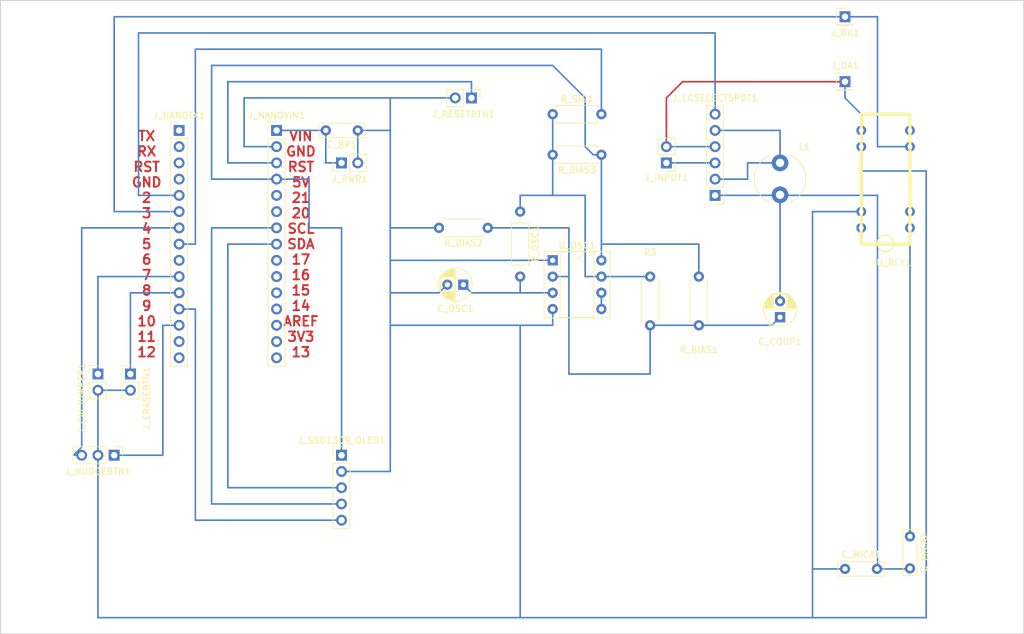
<source format=kicad_pcb>
(kicad_pcb (version 20171130) (host pcbnew "(5.0.0)")

  (general
    (thickness 1.6)
    (drawings 8)
    (tracks 125)
    (zones 0)
    (modules 26)
    (nets 23)
  )

  (page A4)
  (title_block
    (title "Arduino LC Meter")
    (date 2018-09-20)
    (rev "Rev B")
  )

  (layers
    (0 F.Cu signal)
    (31 B.Cu signal)
    (32 B.Adhes user)
    (33 F.Adhes user)
    (34 B.Paste user)
    (35 F.Paste user)
    (36 B.SilkS user)
    (37 F.SilkS user)
    (38 B.Mask user)
    (39 F.Mask user)
    (40 Dwgs.User user)
    (41 Cmts.User user)
    (42 Eco1.User user)
    (43 Eco2.User user)
    (44 Edge.Cuts user)
    (45 Margin user)
    (46 B.CrtYd user hide)
    (47 F.CrtYd user hide)
    (48 B.Fab user)
    (49 F.Fab user hide)
  )

  (setup
    (last_trace_width 0.25)
    (trace_clearance 0.2)
    (zone_clearance 0.508)
    (zone_45_only no)
    (trace_min 0.2)
    (segment_width 0.2)
    (edge_width 0.15)
    (via_size 0.8)
    (via_drill 0.4)
    (via_min_size 0.4)
    (via_min_drill 0.3)
    (uvia_size 0.3)
    (uvia_drill 0.1)
    (uvias_allowed no)
    (uvia_min_size 0.2)
    (uvia_min_drill 0.1)
    (pcb_text_width 0.3)
    (pcb_text_size 1.5 1.5)
    (mod_edge_width 0.15)
    (mod_text_size 1 1)
    (mod_text_width 0.15)
    (pad_size 1.524 1.524)
    (pad_drill 0.762)
    (pad_to_mask_clearance 0.2)
    (aux_axis_origin 0 0)
    (grid_origin 119.38 162.56)
    (visible_elements 7FFFFFFF)
    (pcbplotparams
      (layerselection 0x010fc_ffffffff)
      (usegerberextensions false)
      (usegerberattributes false)
      (usegerberadvancedattributes false)
      (creategerberjobfile false)
      (excludeedgelayer true)
      (linewidth 0.100000)
      (plotframeref false)
      (viasonmask false)
      (mode 1)
      (useauxorigin false)
      (hpglpennumber 1)
      (hpglpenspeed 20)
      (hpglpendiameter 15.000000)
      (psnegative false)
      (psa4output false)
      (plotreference true)
      (plotvalue true)
      (plotinvisibletext false)
      (padsonsilk false)
      (subtractmaskfromsilk false)
      (outputformat 1)
      (mirror false)
      (drillshape 1)
      (scaleselection 1)
      (outputdirectory "docs/"))
  )

  (net 0 "")
  (net 1 /IND_PARALLEL)
  (net 2 /GND)
  (net 3 /VIN)
  (net 4 "Net-(C_COUP1-Pad1)")
  (net 5 "Net-(C_MICA2-Pad1)")
  (net 6 "Net-(C_OSC1-Pad1)")
  (net 7 /RELAY_PIN3)
  (net 8 /CAL_LK_PIN7)
  (net 9 /CAL_ERASE_PIN8)
  (net 10 "Net-(J_INPUT1-Pad1)")
  (net 11 /IND_SERIES)
  (net 12 /CL_BAR_PIN2)
  (net 13 /OSC_SIG_PIN5)
  (net 14 /DECR_PIN4)
  (net 15 /RESET_PIN)
  (net 16 /5V)
  (net 17 /SCL)
  (net 18 /SDA)
  (net 19 "Net-(R3-Pad1)")
  (net 20 "Net-(U_OSC1-Pad5)")
  (net 21 /INCR_PIN10)
  (net 22 /SRST)

  (net_class Default "This is the default net class."
    (clearance 0.2)
    (trace_width 0.25)
    (via_dia 0.8)
    (via_drill 0.4)
    (uvia_dia 0.3)
    (uvia_drill 0.1)
    (add_net /5V)
    (add_net /CAL_ERASE_PIN8)
    (add_net /CAL_LK_PIN7)
    (add_net /CL_BAR_PIN2)
    (add_net /DECR_PIN4)
    (add_net /GND)
    (add_net /INCR_PIN10)
    (add_net /IND_PARALLEL)
    (add_net /IND_SERIES)
    (add_net /OSC_SIG_PIN5)
    (add_net /RELAY_PIN3)
    (add_net /RESET_PIN)
    (add_net /SCL)
    (add_net /SDA)
    (add_net /SRST)
    (add_net /VIN)
    (add_net "Net-(C_COUP1-Pad1)")
    (add_net "Net-(C_MICA2-Pad1)")
    (add_net "Net-(C_OSC1-Pad1)")
    (add_net "Net-(J_INPUT1-Pad1)")
    (add_net "Net-(R3-Pad1)")
    (add_net "Net-(U_OSC1-Pad5)")
  )

  (module Connector_PinHeader_2.54mm:PinHeader_1x03_P2.54mm_Vertical (layer F.Cu) (tedit 59FED5CC) (tstamp 5BB02367)
    (at 80.01 114.3 270)
    (descr "Through hole straight pin header, 1x03, 2.54mm pitch, single row")
    (tags "Through hole pin header THT 1x03 2.54mm single row")
    (path /5B972482)
    (fp_text reference J_NUDGEBTN1 (at 2.54 2.54) (layer F.SilkS)
      (effects (font (size 1 1) (thickness 0.15)))
    )
    (fp_text value Conn_01x03 (at 0 7.41 270) (layer F.Fab)
      (effects (font (size 1 1) (thickness 0.15)))
    )
    (fp_line (start -0.635 -1.27) (end 1.27 -1.27) (layer F.Fab) (width 0.1))
    (fp_line (start 1.27 -1.27) (end 1.27 6.35) (layer F.Fab) (width 0.1))
    (fp_line (start 1.27 6.35) (end -1.27 6.35) (layer F.Fab) (width 0.1))
    (fp_line (start -1.27 6.35) (end -1.27 -0.635) (layer F.Fab) (width 0.1))
    (fp_line (start -1.27 -0.635) (end -0.635 -1.27) (layer F.Fab) (width 0.1))
    (fp_line (start -1.33 6.41) (end 1.33 6.41) (layer F.SilkS) (width 0.12))
    (fp_line (start -1.33 1.27) (end -1.33 6.41) (layer F.SilkS) (width 0.12))
    (fp_line (start 1.33 1.27) (end 1.33 6.41) (layer F.SilkS) (width 0.12))
    (fp_line (start -1.33 1.27) (end 1.33 1.27) (layer F.SilkS) (width 0.12))
    (fp_line (start -1.33 0) (end -1.33 -1.33) (layer F.SilkS) (width 0.12))
    (fp_line (start -1.33 -1.33) (end 0 -1.33) (layer F.SilkS) (width 0.12))
    (fp_line (start -1.8 -1.8) (end -1.8 6.85) (layer F.CrtYd) (width 0.05))
    (fp_line (start -1.8 6.85) (end 1.8 6.85) (layer F.CrtYd) (width 0.05))
    (fp_line (start 1.8 6.85) (end 1.8 -1.8) (layer F.CrtYd) (width 0.05))
    (fp_line (start 1.8 -1.8) (end -1.8 -1.8) (layer F.CrtYd) (width 0.05))
    (fp_text user %R (at 0 2.54) (layer F.Fab)
      (effects (font (size 1 1) (thickness 0.15)))
    )
    (pad 1 thru_hole rect (at 0 0 270) (size 1.7 1.7) (drill 1) (layers *.Cu *.Mask)
      (net 21 /INCR_PIN10))
    (pad 2 thru_hole oval (at 0 2.54 270) (size 1.7 1.7) (drill 1) (layers *.Cu *.Mask)
      (net 2 /GND))
    (pad 3 thru_hole oval (at 0 5.08 270) (size 1.7 1.7) (drill 1) (layers *.Cu *.Mask)
      (net 14 /DECR_PIN4))
    (model ${KISYS3DMOD}/Connector_PinHeader_2.54mm.3dshapes/PinHeader_1x03_P2.54mm_Vertical.wrl
      (at (xyz 0 0 0))
      (scale (xyz 1 1 1))
      (rotate (xyz 0 0 0))
    )
  )

  (module Connector_PinHeader_2.54mm:PinHeader_1x02_P2.54mm_Vertical (layer F.Cu) (tedit 59FED5CC) (tstamp 5BB024FE)
    (at 82.55 101.6)
    (descr "Through hole straight pin header, 1x02, 2.54mm pitch, single row")
    (tags "Through hole pin header THT 1x02 2.54mm single row")
    (path /5B97221A)
    (fp_text reference J_ERASEBTN1 (at 2.54 3.81 90) (layer F.SilkS)
      (effects (font (size 1 1) (thickness 0.15)))
    )
    (fp_text value Conn_01x02 (at 0 4.87) (layer F.Fab)
      (effects (font (size 1 1) (thickness 0.15)))
    )
    (fp_text user %R (at 0 1.27 90) (layer F.Fab)
      (effects (font (size 1 1) (thickness 0.15)))
    )
    (fp_line (start 1.8 -1.8) (end -1.8 -1.8) (layer F.CrtYd) (width 0.05))
    (fp_line (start 1.8 4.35) (end 1.8 -1.8) (layer F.CrtYd) (width 0.05))
    (fp_line (start -1.8 4.35) (end 1.8 4.35) (layer F.CrtYd) (width 0.05))
    (fp_line (start -1.8 -1.8) (end -1.8 4.35) (layer F.CrtYd) (width 0.05))
    (fp_line (start -1.33 -1.33) (end 0 -1.33) (layer F.SilkS) (width 0.12))
    (fp_line (start -1.33 0) (end -1.33 -1.33) (layer F.SilkS) (width 0.12))
    (fp_line (start -1.33 1.27) (end 1.33 1.27) (layer F.SilkS) (width 0.12))
    (fp_line (start 1.33 1.27) (end 1.33 3.87) (layer F.SilkS) (width 0.12))
    (fp_line (start -1.33 1.27) (end -1.33 3.87) (layer F.SilkS) (width 0.12))
    (fp_line (start -1.33 3.87) (end 1.33 3.87) (layer F.SilkS) (width 0.12))
    (fp_line (start -1.27 -0.635) (end -0.635 -1.27) (layer F.Fab) (width 0.1))
    (fp_line (start -1.27 3.81) (end -1.27 -0.635) (layer F.Fab) (width 0.1))
    (fp_line (start 1.27 3.81) (end -1.27 3.81) (layer F.Fab) (width 0.1))
    (fp_line (start 1.27 -1.27) (end 1.27 3.81) (layer F.Fab) (width 0.1))
    (fp_line (start -0.635 -1.27) (end 1.27 -1.27) (layer F.Fab) (width 0.1))
    (pad 2 thru_hole oval (at 0 2.54) (size 1.7 1.7) (drill 1) (layers *.Cu *.Mask)
      (net 2 /GND))
    (pad 1 thru_hole rect (at 0 0) (size 1.7 1.7) (drill 1) (layers *.Cu *.Mask)
      (net 9 /CAL_ERASE_PIN8))
    (model ${KISYS3DMOD}/Connector_PinHeader_2.54mm.3dshapes/PinHeader_1x02_P2.54mm_Vertical.wrl
      (at (xyz 0 0 0))
      (scale (xyz 1 1 1))
      (rotate (xyz 0 0 0))
    )
  )

  (module Package_DIP:DIP-8_W7.62mm_Socket (layer F.Cu) (tedit 5A02E8C5) (tstamp 5BB021E8)
    (at 148.59 83.82)
    (descr "8-lead though-hole mounted DIP package, row spacing 7.62 mm (300 mils), Socket")
    (tags "THT DIP DIL PDIP 2.54mm 7.62mm 300mil Socket")
    (path /5B978CA1)
    (fp_text reference U_OSC1 (at 3.81 -2.33) (layer F.SilkS)
      (effects (font (size 1 1) (thickness 0.15)))
    )
    (fp_text value LM311 (at 3.81 9.95) (layer F.Fab)
      (effects (font (size 1 1) (thickness 0.15)))
    )
    (fp_arc (start 3.81 -1.33) (end 2.81 -1.33) (angle -180) (layer F.SilkS) (width 0.12))
    (fp_line (start 1.635 -1.27) (end 6.985 -1.27) (layer F.Fab) (width 0.1))
    (fp_line (start 6.985 -1.27) (end 6.985 8.89) (layer F.Fab) (width 0.1))
    (fp_line (start 6.985 8.89) (end 0.635 8.89) (layer F.Fab) (width 0.1))
    (fp_line (start 0.635 8.89) (end 0.635 -0.27) (layer F.Fab) (width 0.1))
    (fp_line (start 0.635 -0.27) (end 1.635 -1.27) (layer F.Fab) (width 0.1))
    (fp_line (start -1.27 -1.33) (end -1.27 8.95) (layer F.Fab) (width 0.1))
    (fp_line (start -1.27 8.95) (end 8.89 8.95) (layer F.Fab) (width 0.1))
    (fp_line (start 8.89 8.95) (end 8.89 -1.33) (layer F.Fab) (width 0.1))
    (fp_line (start 8.89 -1.33) (end -1.27 -1.33) (layer F.Fab) (width 0.1))
    (fp_line (start 2.81 -1.33) (end 1.16 -1.33) (layer F.SilkS) (width 0.12))
    (fp_line (start 1.16 -1.33) (end 1.16 8.95) (layer F.SilkS) (width 0.12))
    (fp_line (start 1.16 8.95) (end 6.46 8.95) (layer F.SilkS) (width 0.12))
    (fp_line (start 6.46 8.95) (end 6.46 -1.33) (layer F.SilkS) (width 0.12))
    (fp_line (start 6.46 -1.33) (end 4.81 -1.33) (layer F.SilkS) (width 0.12))
    (fp_line (start -1.33 -1.39) (end -1.33 9.01) (layer F.SilkS) (width 0.12))
    (fp_line (start -1.33 9.01) (end 8.95 9.01) (layer F.SilkS) (width 0.12))
    (fp_line (start 8.95 9.01) (end 8.95 -1.39) (layer F.SilkS) (width 0.12))
    (fp_line (start 8.95 -1.39) (end -1.33 -1.39) (layer F.SilkS) (width 0.12))
    (fp_line (start -1.55 -1.6) (end -1.55 9.2) (layer F.CrtYd) (width 0.05))
    (fp_line (start -1.55 9.2) (end 9.15 9.2) (layer F.CrtYd) (width 0.05))
    (fp_line (start 9.15 9.2) (end 9.15 -1.6) (layer F.CrtYd) (width 0.05))
    (fp_line (start 9.15 -1.6) (end -1.55 -1.6) (layer F.CrtYd) (width 0.05))
    (fp_text user %R (at 3.81 3.81) (layer F.Fab)
      (effects (font (size 1 1) (thickness 0.15)))
    )
    (pad 1 thru_hole rect (at 0 0) (size 1.6 1.6) (drill 0.8) (layers *.Cu *.Mask)
      (net 2 /GND))
    (pad 5 thru_hole oval (at 7.62 7.62) (size 1.6 1.6) (drill 0.8) (layers *.Cu *.Mask)
      (net 20 "Net-(U_OSC1-Pad5)"))
    (pad 2 thru_hole oval (at 0 2.54) (size 1.6 1.6) (drill 0.8) (layers *.Cu *.Mask)
      (net 4 "Net-(C_COUP1-Pad1)"))
    (pad 6 thru_hole oval (at 7.62 5.08) (size 1.6 1.6) (drill 0.8) (layers *.Cu *.Mask)
      (net 20 "Net-(U_OSC1-Pad5)"))
    (pad 3 thru_hole oval (at 0 5.08) (size 1.6 1.6) (drill 0.8) (layers *.Cu *.Mask)
      (net 6 "Net-(C_OSC1-Pad1)"))
    (pad 7 thru_hole oval (at 7.62 2.54) (size 1.6 1.6) (drill 0.8) (layers *.Cu *.Mask)
      (net 19 "Net-(R3-Pad1)"))
    (pad 4 thru_hole oval (at 0 7.62) (size 1.6 1.6) (drill 0.8) (layers *.Cu *.Mask)
      (net 2 /GND))
    (pad 8 thru_hole oval (at 7.62 0) (size 1.6 1.6) (drill 0.8) (layers *.Cu *.Mask)
      (net 16 /5V))
    (model ${KISYS3DMOD}/Package_DIP.3dshapes/DIP-8_W7.62mm_Socket.wrl
      (at (xyz 0 0 0))
      (scale (xyz 1 1 1))
      (rotate (xyz 0 0 0))
    )
  )

  (module Resistor_THT:R_Axial_DIN0207_L6.3mm_D2.5mm_P7.62mm_Horizontal (layer F.Cu) (tedit 5AE5139B) (tstamp 5BB025C2)
    (at 138.43 78.74 180)
    (descr "Resistor, Axial_DIN0207 series, Axial, Horizontal, pin pitch=7.62mm, 0.25W = 1/4W, length*diameter=6.3*2.5mm^2, http://cdn-reichelt.de/documents/datenblatt/B400/1_4W%23YAG.pdf")
    (tags "Resistor Axial_DIN0207 series Axial Horizontal pin pitch 7.62mm 0.25W = 1/4W length 6.3mm diameter 2.5mm")
    (path /5B972DFC)
    (fp_text reference R_BIAS2 (at 3.81 -2.37 180) (layer F.SilkS)
      (effects (font (size 1 1) (thickness 0.15)))
    )
    (fp_text value 100K (at 3.81 2.37 180) (layer F.Fab)
      (effects (font (size 1 1) (thickness 0.15)))
    )
    (fp_text user %R (at 3.81 0 180) (layer F.Fab)
      (effects (font (size 1 1) (thickness 0.15)))
    )
    (fp_line (start 8.67 -1.5) (end -1.05 -1.5) (layer F.CrtYd) (width 0.05))
    (fp_line (start 8.67 1.5) (end 8.67 -1.5) (layer F.CrtYd) (width 0.05))
    (fp_line (start -1.05 1.5) (end 8.67 1.5) (layer F.CrtYd) (width 0.05))
    (fp_line (start -1.05 -1.5) (end -1.05 1.5) (layer F.CrtYd) (width 0.05))
    (fp_line (start 7.08 1.37) (end 7.08 1.04) (layer F.SilkS) (width 0.12))
    (fp_line (start 0.54 1.37) (end 7.08 1.37) (layer F.SilkS) (width 0.12))
    (fp_line (start 0.54 1.04) (end 0.54 1.37) (layer F.SilkS) (width 0.12))
    (fp_line (start 7.08 -1.37) (end 7.08 -1.04) (layer F.SilkS) (width 0.12))
    (fp_line (start 0.54 -1.37) (end 7.08 -1.37) (layer F.SilkS) (width 0.12))
    (fp_line (start 0.54 -1.04) (end 0.54 -1.37) (layer F.SilkS) (width 0.12))
    (fp_line (start 7.62 0) (end 6.96 0) (layer F.Fab) (width 0.1))
    (fp_line (start 0 0) (end 0.66 0) (layer F.Fab) (width 0.1))
    (fp_line (start 6.96 -1.25) (end 0.66 -1.25) (layer F.Fab) (width 0.1))
    (fp_line (start 6.96 1.25) (end 6.96 -1.25) (layer F.Fab) (width 0.1))
    (fp_line (start 0.66 1.25) (end 6.96 1.25) (layer F.Fab) (width 0.1))
    (fp_line (start 0.66 -1.25) (end 0.66 1.25) (layer F.Fab) (width 0.1))
    (pad 2 thru_hole oval (at 7.62 0 180) (size 1.6 1.6) (drill 0.8) (layers *.Cu *.Mask)
      (net 2 /GND))
    (pad 1 thru_hole circle (at 0 0 180) (size 1.6 1.6) (drill 0.8) (layers *.Cu *.Mask)
      (net 4 "Net-(C_COUP1-Pad1)"))
    (model ${KISYS3DMOD}/Resistor_THT.3dshapes/R_Axial_DIN0207_L6.3mm_D2.5mm_P7.62mm_Horizontal.wrl
      (at (xyz 0 0 0))
      (scale (xyz 1 1 1))
      (rotate (xyz 0 0 0))
    )
  )

  (module Resistor_THT:R_Axial_DIN0207_L6.3mm_D2.5mm_P7.62mm_Horizontal (layer F.Cu) (tedit 5AE5139B) (tstamp 5BB04278)
    (at 163.83 86.36 270)
    (descr "Resistor, Axial_DIN0207 series, Axial, Horizontal, pin pitch=7.62mm, 0.25W = 1/4W, length*diameter=6.3*2.5mm^2, http://cdn-reichelt.de/documents/datenblatt/B400/1_4W%23YAG.pdf")
    (tags "Resistor Axial_DIN0207 series Axial Horizontal pin pitch 7.62mm 0.25W = 1/4W length 6.3mm diameter 2.5mm")
    (path /5B9782E4)
    (fp_text reference R3 (at -3.81 0) (layer F.SilkS)
      (effects (font (size 1 1) (thickness 0.15)))
    )
    (fp_text value 100K (at 3.81 2.37 270) (layer F.Fab)
      (effects (font (size 1 1) (thickness 0.15)))
    )
    (fp_line (start 0.66 -1.25) (end 0.66 1.25) (layer F.Fab) (width 0.1))
    (fp_line (start 0.66 1.25) (end 6.96 1.25) (layer F.Fab) (width 0.1))
    (fp_line (start 6.96 1.25) (end 6.96 -1.25) (layer F.Fab) (width 0.1))
    (fp_line (start 6.96 -1.25) (end 0.66 -1.25) (layer F.Fab) (width 0.1))
    (fp_line (start 0 0) (end 0.66 0) (layer F.Fab) (width 0.1))
    (fp_line (start 7.62 0) (end 6.96 0) (layer F.Fab) (width 0.1))
    (fp_line (start 0.54 -1.04) (end 0.54 -1.37) (layer F.SilkS) (width 0.12))
    (fp_line (start 0.54 -1.37) (end 7.08 -1.37) (layer F.SilkS) (width 0.12))
    (fp_line (start 7.08 -1.37) (end 7.08 -1.04) (layer F.SilkS) (width 0.12))
    (fp_line (start 0.54 1.04) (end 0.54 1.37) (layer F.SilkS) (width 0.12))
    (fp_line (start 0.54 1.37) (end 7.08 1.37) (layer F.SilkS) (width 0.12))
    (fp_line (start 7.08 1.37) (end 7.08 1.04) (layer F.SilkS) (width 0.12))
    (fp_line (start -1.05 -1.5) (end -1.05 1.5) (layer F.CrtYd) (width 0.05))
    (fp_line (start -1.05 1.5) (end 8.67 1.5) (layer F.CrtYd) (width 0.05))
    (fp_line (start 8.67 1.5) (end 8.67 -1.5) (layer F.CrtYd) (width 0.05))
    (fp_line (start 8.67 -1.5) (end -1.05 -1.5) (layer F.CrtYd) (width 0.05))
    (fp_text user %R (at 3.81 0 270) (layer F.Fab)
      (effects (font (size 1 1) (thickness 0.15)))
    )
    (pad 1 thru_hole circle (at 0 0 270) (size 1.6 1.6) (drill 0.8) (layers *.Cu *.Mask)
      (net 19 "Net-(R3-Pad1)"))
    (pad 2 thru_hole oval (at 7.62 0 270) (size 1.6 1.6) (drill 0.8) (layers *.Cu *.Mask)
      (net 4 "Net-(C_COUP1-Pad1)"))
    (model ${KISYS3DMOD}/Resistor_THT.3dshapes/R_Axial_DIN0207_L6.3mm_D2.5mm_P7.62mm_Horizontal.wrl
      (at (xyz 0 0 0))
      (scale (xyz 1 1 1))
      (rotate (xyz 0 0 0))
    )
  )

  (module Capacitor_THT:CP_Radial_D5.0mm_P2.50mm (layer F.Cu) (tedit 5AE50EF0) (tstamp 5BB04261)
    (at 184.15 92.71 90)
    (descr "CP, Radial series, Radial, pin pitch=2.50mm, , diameter=5mm, Electrolytic Capacitor")
    (tags "CP Radial series Radial pin pitch 2.50mm  diameter 5mm Electrolytic Capacitor")
    (path /5B9733EB)
    (fp_text reference C_COUP1 (at -3.81 0 180) (layer F.SilkS)
      (effects (font (size 1 1) (thickness 0.15)))
    )
    (fp_text value 10uF (at 1.25 3.75 90) (layer F.Fab)
      (effects (font (size 1 1) (thickness 0.15)))
    )
    (fp_circle (center 1.25 0) (end 3.75 0) (layer F.Fab) (width 0.1))
    (fp_circle (center 1.25 0) (end 3.87 0) (layer F.SilkS) (width 0.12))
    (fp_circle (center 1.25 0) (end 4 0) (layer F.CrtYd) (width 0.05))
    (fp_line (start -0.883605 -1.0875) (end -0.383605 -1.0875) (layer F.Fab) (width 0.1))
    (fp_line (start -0.633605 -1.3375) (end -0.633605 -0.8375) (layer F.Fab) (width 0.1))
    (fp_line (start 1.25 -2.58) (end 1.25 2.58) (layer F.SilkS) (width 0.12))
    (fp_line (start 1.29 -2.58) (end 1.29 2.58) (layer F.SilkS) (width 0.12))
    (fp_line (start 1.33 -2.579) (end 1.33 2.579) (layer F.SilkS) (width 0.12))
    (fp_line (start 1.37 -2.578) (end 1.37 2.578) (layer F.SilkS) (width 0.12))
    (fp_line (start 1.41 -2.576) (end 1.41 2.576) (layer F.SilkS) (width 0.12))
    (fp_line (start 1.45 -2.573) (end 1.45 2.573) (layer F.SilkS) (width 0.12))
    (fp_line (start 1.49 -2.569) (end 1.49 -1.04) (layer F.SilkS) (width 0.12))
    (fp_line (start 1.49 1.04) (end 1.49 2.569) (layer F.SilkS) (width 0.12))
    (fp_line (start 1.53 -2.565) (end 1.53 -1.04) (layer F.SilkS) (width 0.12))
    (fp_line (start 1.53 1.04) (end 1.53 2.565) (layer F.SilkS) (width 0.12))
    (fp_line (start 1.57 -2.561) (end 1.57 -1.04) (layer F.SilkS) (width 0.12))
    (fp_line (start 1.57 1.04) (end 1.57 2.561) (layer F.SilkS) (width 0.12))
    (fp_line (start 1.61 -2.556) (end 1.61 -1.04) (layer F.SilkS) (width 0.12))
    (fp_line (start 1.61 1.04) (end 1.61 2.556) (layer F.SilkS) (width 0.12))
    (fp_line (start 1.65 -2.55) (end 1.65 -1.04) (layer F.SilkS) (width 0.12))
    (fp_line (start 1.65 1.04) (end 1.65 2.55) (layer F.SilkS) (width 0.12))
    (fp_line (start 1.69 -2.543) (end 1.69 -1.04) (layer F.SilkS) (width 0.12))
    (fp_line (start 1.69 1.04) (end 1.69 2.543) (layer F.SilkS) (width 0.12))
    (fp_line (start 1.73 -2.536) (end 1.73 -1.04) (layer F.SilkS) (width 0.12))
    (fp_line (start 1.73 1.04) (end 1.73 2.536) (layer F.SilkS) (width 0.12))
    (fp_line (start 1.77 -2.528) (end 1.77 -1.04) (layer F.SilkS) (width 0.12))
    (fp_line (start 1.77 1.04) (end 1.77 2.528) (layer F.SilkS) (width 0.12))
    (fp_line (start 1.81 -2.52) (end 1.81 -1.04) (layer F.SilkS) (width 0.12))
    (fp_line (start 1.81 1.04) (end 1.81 2.52) (layer F.SilkS) (width 0.12))
    (fp_line (start 1.85 -2.511) (end 1.85 -1.04) (layer F.SilkS) (width 0.12))
    (fp_line (start 1.85 1.04) (end 1.85 2.511) (layer F.SilkS) (width 0.12))
    (fp_line (start 1.89 -2.501) (end 1.89 -1.04) (layer F.SilkS) (width 0.12))
    (fp_line (start 1.89 1.04) (end 1.89 2.501) (layer F.SilkS) (width 0.12))
    (fp_line (start 1.93 -2.491) (end 1.93 -1.04) (layer F.SilkS) (width 0.12))
    (fp_line (start 1.93 1.04) (end 1.93 2.491) (layer F.SilkS) (width 0.12))
    (fp_line (start 1.971 -2.48) (end 1.971 -1.04) (layer F.SilkS) (width 0.12))
    (fp_line (start 1.971 1.04) (end 1.971 2.48) (layer F.SilkS) (width 0.12))
    (fp_line (start 2.011 -2.468) (end 2.011 -1.04) (layer F.SilkS) (width 0.12))
    (fp_line (start 2.011 1.04) (end 2.011 2.468) (layer F.SilkS) (width 0.12))
    (fp_line (start 2.051 -2.455) (end 2.051 -1.04) (layer F.SilkS) (width 0.12))
    (fp_line (start 2.051 1.04) (end 2.051 2.455) (layer F.SilkS) (width 0.12))
    (fp_line (start 2.091 -2.442) (end 2.091 -1.04) (layer F.SilkS) (width 0.12))
    (fp_line (start 2.091 1.04) (end 2.091 2.442) (layer F.SilkS) (width 0.12))
    (fp_line (start 2.131 -2.428) (end 2.131 -1.04) (layer F.SilkS) (width 0.12))
    (fp_line (start 2.131 1.04) (end 2.131 2.428) (layer F.SilkS) (width 0.12))
    (fp_line (start 2.171 -2.414) (end 2.171 -1.04) (layer F.SilkS) (width 0.12))
    (fp_line (start 2.171 1.04) (end 2.171 2.414) (layer F.SilkS) (width 0.12))
    (fp_line (start 2.211 -2.398) (end 2.211 -1.04) (layer F.SilkS) (width 0.12))
    (fp_line (start 2.211 1.04) (end 2.211 2.398) (layer F.SilkS) (width 0.12))
    (fp_line (start 2.251 -2.382) (end 2.251 -1.04) (layer F.SilkS) (width 0.12))
    (fp_line (start 2.251 1.04) (end 2.251 2.382) (layer F.SilkS) (width 0.12))
    (fp_line (start 2.291 -2.365) (end 2.291 -1.04) (layer F.SilkS) (width 0.12))
    (fp_line (start 2.291 1.04) (end 2.291 2.365) (layer F.SilkS) (width 0.12))
    (fp_line (start 2.331 -2.348) (end 2.331 -1.04) (layer F.SilkS) (width 0.12))
    (fp_line (start 2.331 1.04) (end 2.331 2.348) (layer F.SilkS) (width 0.12))
    (fp_line (start 2.371 -2.329) (end 2.371 -1.04) (layer F.SilkS) (width 0.12))
    (fp_line (start 2.371 1.04) (end 2.371 2.329) (layer F.SilkS) (width 0.12))
    (fp_line (start 2.411 -2.31) (end 2.411 -1.04) (layer F.SilkS) (width 0.12))
    (fp_line (start 2.411 1.04) (end 2.411 2.31) (layer F.SilkS) (width 0.12))
    (fp_line (start 2.451 -2.29) (end 2.451 -1.04) (layer F.SilkS) (width 0.12))
    (fp_line (start 2.451 1.04) (end 2.451 2.29) (layer F.SilkS) (width 0.12))
    (fp_line (start 2.491 -2.268) (end 2.491 -1.04) (layer F.SilkS) (width 0.12))
    (fp_line (start 2.491 1.04) (end 2.491 2.268) (layer F.SilkS) (width 0.12))
    (fp_line (start 2.531 -2.247) (end 2.531 -1.04) (layer F.SilkS) (width 0.12))
    (fp_line (start 2.531 1.04) (end 2.531 2.247) (layer F.SilkS) (width 0.12))
    (fp_line (start 2.571 -2.224) (end 2.571 -1.04) (layer F.SilkS) (width 0.12))
    (fp_line (start 2.571 1.04) (end 2.571 2.224) (layer F.SilkS) (width 0.12))
    (fp_line (start 2.611 -2.2) (end 2.611 -1.04) (layer F.SilkS) (width 0.12))
    (fp_line (start 2.611 1.04) (end 2.611 2.2) (layer F.SilkS) (width 0.12))
    (fp_line (start 2.651 -2.175) (end 2.651 -1.04) (layer F.SilkS) (width 0.12))
    (fp_line (start 2.651 1.04) (end 2.651 2.175) (layer F.SilkS) (width 0.12))
    (fp_line (start 2.691 -2.149) (end 2.691 -1.04) (layer F.SilkS) (width 0.12))
    (fp_line (start 2.691 1.04) (end 2.691 2.149) (layer F.SilkS) (width 0.12))
    (fp_line (start 2.731 -2.122) (end 2.731 -1.04) (layer F.SilkS) (width 0.12))
    (fp_line (start 2.731 1.04) (end 2.731 2.122) (layer F.SilkS) (width 0.12))
    (fp_line (start 2.771 -2.095) (end 2.771 -1.04) (layer F.SilkS) (width 0.12))
    (fp_line (start 2.771 1.04) (end 2.771 2.095) (layer F.SilkS) (width 0.12))
    (fp_line (start 2.811 -2.065) (end 2.811 -1.04) (layer F.SilkS) (width 0.12))
    (fp_line (start 2.811 1.04) (end 2.811 2.065) (layer F.SilkS) (width 0.12))
    (fp_line (start 2.851 -2.035) (end 2.851 -1.04) (layer F.SilkS) (width 0.12))
    (fp_line (start 2.851 1.04) (end 2.851 2.035) (layer F.SilkS) (width 0.12))
    (fp_line (start 2.891 -2.004) (end 2.891 -1.04) (layer F.SilkS) (width 0.12))
    (fp_line (start 2.891 1.04) (end 2.891 2.004) (layer F.SilkS) (width 0.12))
    (fp_line (start 2.931 -1.971) (end 2.931 -1.04) (layer F.SilkS) (width 0.12))
    (fp_line (start 2.931 1.04) (end 2.931 1.971) (layer F.SilkS) (width 0.12))
    (fp_line (start 2.971 -1.937) (end 2.971 -1.04) (layer F.SilkS) (width 0.12))
    (fp_line (start 2.971 1.04) (end 2.971 1.937) (layer F.SilkS) (width 0.12))
    (fp_line (start 3.011 -1.901) (end 3.011 -1.04) (layer F.SilkS) (width 0.12))
    (fp_line (start 3.011 1.04) (end 3.011 1.901) (layer F.SilkS) (width 0.12))
    (fp_line (start 3.051 -1.864) (end 3.051 -1.04) (layer F.SilkS) (width 0.12))
    (fp_line (start 3.051 1.04) (end 3.051 1.864) (layer F.SilkS) (width 0.12))
    (fp_line (start 3.091 -1.826) (end 3.091 -1.04) (layer F.SilkS) (width 0.12))
    (fp_line (start 3.091 1.04) (end 3.091 1.826) (layer F.SilkS) (width 0.12))
    (fp_line (start 3.131 -1.785) (end 3.131 -1.04) (layer F.SilkS) (width 0.12))
    (fp_line (start 3.131 1.04) (end 3.131 1.785) (layer F.SilkS) (width 0.12))
    (fp_line (start 3.171 -1.743) (end 3.171 -1.04) (layer F.SilkS) (width 0.12))
    (fp_line (start 3.171 1.04) (end 3.171 1.743) (layer F.SilkS) (width 0.12))
    (fp_line (start 3.211 -1.699) (end 3.211 -1.04) (layer F.SilkS) (width 0.12))
    (fp_line (start 3.211 1.04) (end 3.211 1.699) (layer F.SilkS) (width 0.12))
    (fp_line (start 3.251 -1.653) (end 3.251 -1.04) (layer F.SilkS) (width 0.12))
    (fp_line (start 3.251 1.04) (end 3.251 1.653) (layer F.SilkS) (width 0.12))
    (fp_line (start 3.291 -1.605) (end 3.291 -1.04) (layer F.SilkS) (width 0.12))
    (fp_line (start 3.291 1.04) (end 3.291 1.605) (layer F.SilkS) (width 0.12))
    (fp_line (start 3.331 -1.554) (end 3.331 -1.04) (layer F.SilkS) (width 0.12))
    (fp_line (start 3.331 1.04) (end 3.331 1.554) (layer F.SilkS) (width 0.12))
    (fp_line (start 3.371 -1.5) (end 3.371 -1.04) (layer F.SilkS) (width 0.12))
    (fp_line (start 3.371 1.04) (end 3.371 1.5) (layer F.SilkS) (width 0.12))
    (fp_line (start 3.411 -1.443) (end 3.411 -1.04) (layer F.SilkS) (width 0.12))
    (fp_line (start 3.411 1.04) (end 3.411 1.443) (layer F.SilkS) (width 0.12))
    (fp_line (start 3.451 -1.383) (end 3.451 -1.04) (layer F.SilkS) (width 0.12))
    (fp_line (start 3.451 1.04) (end 3.451 1.383) (layer F.SilkS) (width 0.12))
    (fp_line (start 3.491 -1.319) (end 3.491 -1.04) (layer F.SilkS) (width 0.12))
    (fp_line (start 3.491 1.04) (end 3.491 1.319) (layer F.SilkS) (width 0.12))
    (fp_line (start 3.531 -1.251) (end 3.531 -1.04) (layer F.SilkS) (width 0.12))
    (fp_line (start 3.531 1.04) (end 3.531 1.251) (layer F.SilkS) (width 0.12))
    (fp_line (start 3.571 -1.178) (end 3.571 1.178) (layer F.SilkS) (width 0.12))
    (fp_line (start 3.611 -1.098) (end 3.611 1.098) (layer F.SilkS) (width 0.12))
    (fp_line (start 3.651 -1.011) (end 3.651 1.011) (layer F.SilkS) (width 0.12))
    (fp_line (start 3.691 -0.915) (end 3.691 0.915) (layer F.SilkS) (width 0.12))
    (fp_line (start 3.731 -0.805) (end 3.731 0.805) (layer F.SilkS) (width 0.12))
    (fp_line (start 3.771 -0.677) (end 3.771 0.677) (layer F.SilkS) (width 0.12))
    (fp_line (start 3.811 -0.518) (end 3.811 0.518) (layer F.SilkS) (width 0.12))
    (fp_line (start 3.851 -0.284) (end 3.851 0.284) (layer F.SilkS) (width 0.12))
    (fp_line (start -1.554775 -1.475) (end -1.054775 -1.475) (layer F.SilkS) (width 0.12))
    (fp_line (start -1.304775 -1.725) (end -1.304775 -1.225) (layer F.SilkS) (width 0.12))
    (fp_text user %R (at 1.25 0 90) (layer F.Fab)
      (effects (font (size 1 1) (thickness 0.15)))
    )
    (pad 1 thru_hole rect (at 0 0 90) (size 1.6 1.6) (drill 0.8) (layers *.Cu *.Mask)
      (net 4 "Net-(C_COUP1-Pad1)"))
    (pad 2 thru_hole circle (at 2.5 0 90) (size 1.6 1.6) (drill 0.8) (layers *.Cu *.Mask)
      (net 1 /IND_PARALLEL))
    (model ${KISYS3DMOD}/Capacitor_THT.3dshapes/CP_Radial_D5.0mm_P2.50mm.wrl
      (at (xyz 0 0 0))
      (scale (xyz 1 1 1))
      (rotate (xyz 0 0 0))
    )
  )

  (module Capacitor_THT:CP_Radial_D5.0mm_P2.50mm (layer F.Cu) (tedit 5AE50EF0) (tstamp 5BB0275E)
    (at 134.62 87.63 180)
    (descr "CP, Radial series, Radial, pin pitch=2.50mm, , diameter=5mm, Electrolytic Capacitor")
    (tags "CP Radial series Radial pin pitch 2.50mm  diameter 5mm Electrolytic Capacitor")
    (path /5B97357D)
    (fp_text reference C_OSC1 (at 1.25 -3.75 180) (layer F.SilkS)
      (effects (font (size 1 1) (thickness 0.15)))
    )
    (fp_text value 10uF (at 1.25 3.75 180) (layer F.Fab)
      (effects (font (size 1 1) (thickness 0.15)))
    )
    (fp_text user %R (at 1.25 0 180) (layer F.Fab)
      (effects (font (size 1 1) (thickness 0.15)))
    )
    (fp_line (start -1.304775 -1.725) (end -1.304775 -1.225) (layer F.SilkS) (width 0.12))
    (fp_line (start -1.554775 -1.475) (end -1.054775 -1.475) (layer F.SilkS) (width 0.12))
    (fp_line (start 3.851 -0.284) (end 3.851 0.284) (layer F.SilkS) (width 0.12))
    (fp_line (start 3.811 -0.518) (end 3.811 0.518) (layer F.SilkS) (width 0.12))
    (fp_line (start 3.771 -0.677) (end 3.771 0.677) (layer F.SilkS) (width 0.12))
    (fp_line (start 3.731 -0.805) (end 3.731 0.805) (layer F.SilkS) (width 0.12))
    (fp_line (start 3.691 -0.915) (end 3.691 0.915) (layer F.SilkS) (width 0.12))
    (fp_line (start 3.651 -1.011) (end 3.651 1.011) (layer F.SilkS) (width 0.12))
    (fp_line (start 3.611 -1.098) (end 3.611 1.098) (layer F.SilkS) (width 0.12))
    (fp_line (start 3.571 -1.178) (end 3.571 1.178) (layer F.SilkS) (width 0.12))
    (fp_line (start 3.531 1.04) (end 3.531 1.251) (layer F.SilkS) (width 0.12))
    (fp_line (start 3.531 -1.251) (end 3.531 -1.04) (layer F.SilkS) (width 0.12))
    (fp_line (start 3.491 1.04) (end 3.491 1.319) (layer F.SilkS) (width 0.12))
    (fp_line (start 3.491 -1.319) (end 3.491 -1.04) (layer F.SilkS) (width 0.12))
    (fp_line (start 3.451 1.04) (end 3.451 1.383) (layer F.SilkS) (width 0.12))
    (fp_line (start 3.451 -1.383) (end 3.451 -1.04) (layer F.SilkS) (width 0.12))
    (fp_line (start 3.411 1.04) (end 3.411 1.443) (layer F.SilkS) (width 0.12))
    (fp_line (start 3.411 -1.443) (end 3.411 -1.04) (layer F.SilkS) (width 0.12))
    (fp_line (start 3.371 1.04) (end 3.371 1.5) (layer F.SilkS) (width 0.12))
    (fp_line (start 3.371 -1.5) (end 3.371 -1.04) (layer F.SilkS) (width 0.12))
    (fp_line (start 3.331 1.04) (end 3.331 1.554) (layer F.SilkS) (width 0.12))
    (fp_line (start 3.331 -1.554) (end 3.331 -1.04) (layer F.SilkS) (width 0.12))
    (fp_line (start 3.291 1.04) (end 3.291 1.605) (layer F.SilkS) (width 0.12))
    (fp_line (start 3.291 -1.605) (end 3.291 -1.04) (layer F.SilkS) (width 0.12))
    (fp_line (start 3.251 1.04) (end 3.251 1.653) (layer F.SilkS) (width 0.12))
    (fp_line (start 3.251 -1.653) (end 3.251 -1.04) (layer F.SilkS) (width 0.12))
    (fp_line (start 3.211 1.04) (end 3.211 1.699) (layer F.SilkS) (width 0.12))
    (fp_line (start 3.211 -1.699) (end 3.211 -1.04) (layer F.SilkS) (width 0.12))
    (fp_line (start 3.171 1.04) (end 3.171 1.743) (layer F.SilkS) (width 0.12))
    (fp_line (start 3.171 -1.743) (end 3.171 -1.04) (layer F.SilkS) (width 0.12))
    (fp_line (start 3.131 1.04) (end 3.131 1.785) (layer F.SilkS) (width 0.12))
    (fp_line (start 3.131 -1.785) (end 3.131 -1.04) (layer F.SilkS) (width 0.12))
    (fp_line (start 3.091 1.04) (end 3.091 1.826) (layer F.SilkS) (width 0.12))
    (fp_line (start 3.091 -1.826) (end 3.091 -1.04) (layer F.SilkS) (width 0.12))
    (fp_line (start 3.051 1.04) (end 3.051 1.864) (layer F.SilkS) (width 0.12))
    (fp_line (start 3.051 -1.864) (end 3.051 -1.04) (layer F.SilkS) (width 0.12))
    (fp_line (start 3.011 1.04) (end 3.011 1.901) (layer F.SilkS) (width 0.12))
    (fp_line (start 3.011 -1.901) (end 3.011 -1.04) (layer F.SilkS) (width 0.12))
    (fp_line (start 2.971 1.04) (end 2.971 1.937) (layer F.SilkS) (width 0.12))
    (fp_line (start 2.971 -1.937) (end 2.971 -1.04) (layer F.SilkS) (width 0.12))
    (fp_line (start 2.931 1.04) (end 2.931 1.971) (layer F.SilkS) (width 0.12))
    (fp_line (start 2.931 -1.971) (end 2.931 -1.04) (layer F.SilkS) (width 0.12))
    (fp_line (start 2.891 1.04) (end 2.891 2.004) (layer F.SilkS) (width 0.12))
    (fp_line (start 2.891 -2.004) (end 2.891 -1.04) (layer F.SilkS) (width 0.12))
    (fp_line (start 2.851 1.04) (end 2.851 2.035) (layer F.SilkS) (width 0.12))
    (fp_line (start 2.851 -2.035) (end 2.851 -1.04) (layer F.SilkS) (width 0.12))
    (fp_line (start 2.811 1.04) (end 2.811 2.065) (layer F.SilkS) (width 0.12))
    (fp_line (start 2.811 -2.065) (end 2.811 -1.04) (layer F.SilkS) (width 0.12))
    (fp_line (start 2.771 1.04) (end 2.771 2.095) (layer F.SilkS) (width 0.12))
    (fp_line (start 2.771 -2.095) (end 2.771 -1.04) (layer F.SilkS) (width 0.12))
    (fp_line (start 2.731 1.04) (end 2.731 2.122) (layer F.SilkS) (width 0.12))
    (fp_line (start 2.731 -2.122) (end 2.731 -1.04) (layer F.SilkS) (width 0.12))
    (fp_line (start 2.691 1.04) (end 2.691 2.149) (layer F.SilkS) (width 0.12))
    (fp_line (start 2.691 -2.149) (end 2.691 -1.04) (layer F.SilkS) (width 0.12))
    (fp_line (start 2.651 1.04) (end 2.651 2.175) (layer F.SilkS) (width 0.12))
    (fp_line (start 2.651 -2.175) (end 2.651 -1.04) (layer F.SilkS) (width 0.12))
    (fp_line (start 2.611 1.04) (end 2.611 2.2) (layer F.SilkS) (width 0.12))
    (fp_line (start 2.611 -2.2) (end 2.611 -1.04) (layer F.SilkS) (width 0.12))
    (fp_line (start 2.571 1.04) (end 2.571 2.224) (layer F.SilkS) (width 0.12))
    (fp_line (start 2.571 -2.224) (end 2.571 -1.04) (layer F.SilkS) (width 0.12))
    (fp_line (start 2.531 1.04) (end 2.531 2.247) (layer F.SilkS) (width 0.12))
    (fp_line (start 2.531 -2.247) (end 2.531 -1.04) (layer F.SilkS) (width 0.12))
    (fp_line (start 2.491 1.04) (end 2.491 2.268) (layer F.SilkS) (width 0.12))
    (fp_line (start 2.491 -2.268) (end 2.491 -1.04) (layer F.SilkS) (width 0.12))
    (fp_line (start 2.451 1.04) (end 2.451 2.29) (layer F.SilkS) (width 0.12))
    (fp_line (start 2.451 -2.29) (end 2.451 -1.04) (layer F.SilkS) (width 0.12))
    (fp_line (start 2.411 1.04) (end 2.411 2.31) (layer F.SilkS) (width 0.12))
    (fp_line (start 2.411 -2.31) (end 2.411 -1.04) (layer F.SilkS) (width 0.12))
    (fp_line (start 2.371 1.04) (end 2.371 2.329) (layer F.SilkS) (width 0.12))
    (fp_line (start 2.371 -2.329) (end 2.371 -1.04) (layer F.SilkS) (width 0.12))
    (fp_line (start 2.331 1.04) (end 2.331 2.348) (layer F.SilkS) (width 0.12))
    (fp_line (start 2.331 -2.348) (end 2.331 -1.04) (layer F.SilkS) (width 0.12))
    (fp_line (start 2.291 1.04) (end 2.291 2.365) (layer F.SilkS) (width 0.12))
    (fp_line (start 2.291 -2.365) (end 2.291 -1.04) (layer F.SilkS) (width 0.12))
    (fp_line (start 2.251 1.04) (end 2.251 2.382) (layer F.SilkS) (width 0.12))
    (fp_line (start 2.251 -2.382) (end 2.251 -1.04) (layer F.SilkS) (width 0.12))
    (fp_line (start 2.211 1.04) (end 2.211 2.398) (layer F.SilkS) (width 0.12))
    (fp_line (start 2.211 -2.398) (end 2.211 -1.04) (layer F.SilkS) (width 0.12))
    (fp_line (start 2.171 1.04) (end 2.171 2.414) (layer F.SilkS) (width 0.12))
    (fp_line (start 2.171 -2.414) (end 2.171 -1.04) (layer F.SilkS) (width 0.12))
    (fp_line (start 2.131 1.04) (end 2.131 2.428) (layer F.SilkS) (width 0.12))
    (fp_line (start 2.131 -2.428) (end 2.131 -1.04) (layer F.SilkS) (width 0.12))
    (fp_line (start 2.091 1.04) (end 2.091 2.442) (layer F.SilkS) (width 0.12))
    (fp_line (start 2.091 -2.442) (end 2.091 -1.04) (layer F.SilkS) (width 0.12))
    (fp_line (start 2.051 1.04) (end 2.051 2.455) (layer F.SilkS) (width 0.12))
    (fp_line (start 2.051 -2.455) (end 2.051 -1.04) (layer F.SilkS) (width 0.12))
    (fp_line (start 2.011 1.04) (end 2.011 2.468) (layer F.SilkS) (width 0.12))
    (fp_line (start 2.011 -2.468) (end 2.011 -1.04) (layer F.SilkS) (width 0.12))
    (fp_line (start 1.971 1.04) (end 1.971 2.48) (layer F.SilkS) (width 0.12))
    (fp_line (start 1.971 -2.48) (end 1.971 -1.04) (layer F.SilkS) (width 0.12))
    (fp_line (start 1.93 1.04) (end 1.93 2.491) (layer F.SilkS) (width 0.12))
    (fp_line (start 1.93 -2.491) (end 1.93 -1.04) (layer F.SilkS) (width 0.12))
    (fp_line (start 1.89 1.04) (end 1.89 2.501) (layer F.SilkS) (width 0.12))
    (fp_line (start 1.89 -2.501) (end 1.89 -1.04) (layer F.SilkS) (width 0.12))
    (fp_line (start 1.85 1.04) (end 1.85 2.511) (layer F.SilkS) (width 0.12))
    (fp_line (start 1.85 -2.511) (end 1.85 -1.04) (layer F.SilkS) (width 0.12))
    (fp_line (start 1.81 1.04) (end 1.81 2.52) (layer F.SilkS) (width 0.12))
    (fp_line (start 1.81 -2.52) (end 1.81 -1.04) (layer F.SilkS) (width 0.12))
    (fp_line (start 1.77 1.04) (end 1.77 2.528) (layer F.SilkS) (width 0.12))
    (fp_line (start 1.77 -2.528) (end 1.77 -1.04) (layer F.SilkS) (width 0.12))
    (fp_line (start 1.73 1.04) (end 1.73 2.536) (layer F.SilkS) (width 0.12))
    (fp_line (start 1.73 -2.536) (end 1.73 -1.04) (layer F.SilkS) (width 0.12))
    (fp_line (start 1.69 1.04) (end 1.69 2.543) (layer F.SilkS) (width 0.12))
    (fp_line (start 1.69 -2.543) (end 1.69 -1.04) (layer F.SilkS) (width 0.12))
    (fp_line (start 1.65 1.04) (end 1.65 2.55) (layer F.SilkS) (width 0.12))
    (fp_line (start 1.65 -2.55) (end 1.65 -1.04) (layer F.SilkS) (width 0.12))
    (fp_line (start 1.61 1.04) (end 1.61 2.556) (layer F.SilkS) (width 0.12))
    (fp_line (start 1.61 -2.556) (end 1.61 -1.04) (layer F.SilkS) (width 0.12))
    (fp_line (start 1.57 1.04) (end 1.57 2.561) (layer F.SilkS) (width 0.12))
    (fp_line (start 1.57 -2.561) (end 1.57 -1.04) (layer F.SilkS) (width 0.12))
    (fp_line (start 1.53 1.04) (end 1.53 2.565) (layer F.SilkS) (width 0.12))
    (fp_line (start 1.53 -2.565) (end 1.53 -1.04) (layer F.SilkS) (width 0.12))
    (fp_line (start 1.49 1.04) (end 1.49 2.569) (layer F.SilkS) (width 0.12))
    (fp_line (start 1.49 -2.569) (end 1.49 -1.04) (layer F.SilkS) (width 0.12))
    (fp_line (start 1.45 -2.573) (end 1.45 2.573) (layer F.SilkS) (width 0.12))
    (fp_line (start 1.41 -2.576) (end 1.41 2.576) (layer F.SilkS) (width 0.12))
    (fp_line (start 1.37 -2.578) (end 1.37 2.578) (layer F.SilkS) (width 0.12))
    (fp_line (start 1.33 -2.579) (end 1.33 2.579) (layer F.SilkS) (width 0.12))
    (fp_line (start 1.29 -2.58) (end 1.29 2.58) (layer F.SilkS) (width 0.12))
    (fp_line (start 1.25 -2.58) (end 1.25 2.58) (layer F.SilkS) (width 0.12))
    (fp_line (start -0.633605 -1.3375) (end -0.633605 -0.8375) (layer F.Fab) (width 0.1))
    (fp_line (start -0.883605 -1.0875) (end -0.383605 -1.0875) (layer F.Fab) (width 0.1))
    (fp_circle (center 1.25 0) (end 4 0) (layer F.CrtYd) (width 0.05))
    (fp_circle (center 1.25 0) (end 3.87 0) (layer F.SilkS) (width 0.12))
    (fp_circle (center 1.25 0) (end 3.75 0) (layer F.Fab) (width 0.1))
    (pad 2 thru_hole circle (at 2.5 0 180) (size 1.6 1.6) (drill 0.8) (layers *.Cu *.Mask)
      (net 2 /GND))
    (pad 1 thru_hole rect (at 0 0 180) (size 1.6 1.6) (drill 0.8) (layers *.Cu *.Mask)
      (net 6 "Net-(C_OSC1-Pad1)"))
    (model ${KISYS3DMOD}/Capacitor_THT.3dshapes/CP_Radial_D5.0mm_P2.50mm.wrl
      (at (xyz 0 0 0))
      (scale (xyz 1 1 1))
      (rotate (xyz 0 0 0))
    )
  )

  (module Connector_PinHeader_2.54mm:PinHeader_1x02_P2.54mm_Vertical (layer F.Cu) (tedit 5B97C62C) (tstamp 5BB022E2)
    (at 115.57 68.58 90)
    (descr "Through hole straight pin header, 1x02, 2.54mm pitch, single row")
    (tags "Through hole pin header THT 1x02 2.54mm single row")
    (path /5B972046)
    (fp_text reference J_PWR1 (at -2.54 1.27 180) (layer F.SilkS)
      (effects (font (size 1 1) (thickness 0.15)))
    )
    (fp_text value Conn_01x02 (at 0 4.87 90) (layer F.Fab)
      (effects (font (size 1 1) (thickness 0.15)))
    )
    (fp_line (start -0.635 -1.27) (end 1.27 -1.27) (layer F.Fab) (width 0.1))
    (fp_line (start 1.27 -1.27) (end 1.27 3.81) (layer F.Fab) (width 0.1))
    (fp_line (start 1.27 3.81) (end -1.27 3.81) (layer F.Fab) (width 0.1))
    (fp_line (start -1.27 3.81) (end -1.27 -0.635) (layer F.Fab) (width 0.1))
    (fp_line (start -1.27 -0.635) (end -0.635 -1.27) (layer F.Fab) (width 0.1))
    (fp_line (start -1.33 3.87) (end 1.33 3.87) (layer F.SilkS) (width 0.12))
    (fp_line (start -1.33 1.27) (end -1.33 3.87) (layer F.SilkS) (width 0.12))
    (fp_line (start 1.33 1.27) (end 1.33 3.87) (layer F.SilkS) (width 0.12))
    (fp_line (start -1.33 1.27) (end 1.33 1.27) (layer F.SilkS) (width 0.12))
    (fp_line (start -1.33 0) (end -1.33 -1.33) (layer F.SilkS) (width 0.12))
    (fp_line (start -1.33 -1.33) (end 0 -1.33) (layer F.SilkS) (width 0.12))
    (fp_line (start -1.8 -1.8) (end -1.8 4.35) (layer F.CrtYd) (width 0.05))
    (fp_line (start -1.8 4.35) (end 1.8 4.35) (layer F.CrtYd) (width 0.05))
    (fp_line (start 1.8 4.35) (end 1.8 -1.8) (layer F.CrtYd) (width 0.05))
    (fp_line (start 1.8 -1.8) (end -1.8 -1.8) (layer F.CrtYd) (width 0.05))
    (fp_text user %R (at 0 1.27 180) (layer F.Fab)
      (effects (font (size 1 1) (thickness 0.15)))
    )
    (pad 1 thru_hole rect (at 0 0 90) (size 1.7 1.7) (drill 1) (layers *.Cu *.Mask)
      (net 3 /VIN))
    (pad 2 thru_hole oval (at 0 2.54 90) (size 1.7 1.7) (drill 1) (layers *.Cu *.Mask)
      (net 2 /GND))
    (model ${KISYS3DMOD}/Connector_PinHeader_2.54mm.3dshapes/PinHeader_1x02_P2.54mm_Vertical.wrl
      (at (xyz 0 0 0))
      (scale (xyz 1 1 1))
      (rotate (xyz 0 0 0))
    )
  )

  (module TE_Reed_Relay_V23100V4:TE_ReedRelay_V23100V4 (layer F.Cu) (tedit 5B97C2C4) (tstamp 5BB0212F)
    (at 201.93 71.12 90)
    (path /5B996138)
    (fp_text reference U_RLY1 (at -13.081 0 180) (layer F.SilkS)
      (effects (font (size 1 1) (thickness 0.15)))
    )
    (fp_text value TE_ReedRelay_V23100V4xxxA010 (at 0 -7.62 90) (layer F.Fab)
      (effects (font (size 1 1) (thickness 0.15)))
    )
    (fp_line (start -10.16 -5.08) (end 10.16 -5.08) (layer F.SilkS) (width 0.5))
    (fp_line (start 10.16 -5.08) (end 10.16 2.54) (layer F.SilkS) (width 0.5))
    (fp_line (start 10.16 2.54) (end -10.16 2.54) (layer F.SilkS) (width 0.5))
    (fp_line (start -10.16 2.54) (end -10.16 -5.08) (layer F.SilkS) (width 0.5))
    (pad 13 thru_hole circle (at -5.08 -5.08 90) (size 1.524 1.524) (drill 0.762) (layers *.Cu *.Mask)
      (net 2 /GND))
    (pad 9 thru_hole circle (at 5.08 -5.08 90) (size 1.524 1.524) (drill 0.762) (layers *.Cu *.Mask)
      (net 2 /GND))
    (pad 8 thru_hole circle (at 7.62 -5.08 90) (size 1.524 1.524) (drill 0.762) (layers *.Cu *.Mask)
      (net 2 /GND))
    (pad 14 thru_hole circle (at -7.62 -5.08 90) (size 1.524 1.524) (drill 0.762) (layers *.Cu *.Mask))
    (pad 1 thru_hole circle (at -7.62 2.54 90) (size 1.524 1.524) (drill 0.762) (layers *.Cu *.Mask)
      (net 5 "Net-(C_MICA2-Pad1)"))
    (pad 2 thru_hole circle (at -5.08 2.54 90) (size 1.524 1.524) (drill 0.762) (layers *.Cu *.Mask))
    (pad 6 thru_hole circle (at 5.08 2.54 90) (size 1.524 1.524) (drill 0.762) (layers *.Cu *.Mask)
      (net 7 /RELAY_PIN3))
    (pad 7 thru_hole circle (at 7.62 2.54 90) (size 1.524 1.524) (drill 0.762) (layers *.Cu *.Mask))
  )

  (module Capacitor_THT:C_Rect_L7.0mm_W2.0mm_P5.00mm (layer F.Cu) (tedit 5AE50EF0) (tstamp 5BB02876)
    (at 118.11 63.5 180)
    (descr "C, Rect series, Radial, pin pitch=5.00mm, , length*width=7*2mm^2, Capacitor")
    (tags "C Rect series Radial pin pitch 5.00mm  length 7mm width 2mm Capacitor")
    (path /5B973184)
    (fp_text reference C_BP1 (at 2.5 -2.25 180) (layer F.SilkS)
      (effects (font (size 1 1) (thickness 0.15)))
    )
    (fp_text value 100nF (at 2.5 2.25 180) (layer F.Fab)
      (effects (font (size 1 1) (thickness 0.15)))
    )
    (fp_line (start -1 -1) (end -1 1) (layer F.Fab) (width 0.1))
    (fp_line (start -1 1) (end 6 1) (layer F.Fab) (width 0.1))
    (fp_line (start 6 1) (end 6 -1) (layer F.Fab) (width 0.1))
    (fp_line (start 6 -1) (end -1 -1) (layer F.Fab) (width 0.1))
    (fp_line (start -1.12 -1.12) (end 6.12 -1.12) (layer F.SilkS) (width 0.12))
    (fp_line (start -1.12 1.12) (end 6.12 1.12) (layer F.SilkS) (width 0.12))
    (fp_line (start -1.12 -1.12) (end -1.12 1.12) (layer F.SilkS) (width 0.12))
    (fp_line (start 6.12 -1.12) (end 6.12 1.12) (layer F.SilkS) (width 0.12))
    (fp_line (start -1.25 -1.25) (end -1.25 1.25) (layer F.CrtYd) (width 0.05))
    (fp_line (start -1.25 1.25) (end 6.25 1.25) (layer F.CrtYd) (width 0.05))
    (fp_line (start 6.25 1.25) (end 6.25 -1.25) (layer F.CrtYd) (width 0.05))
    (fp_line (start 6.25 -1.25) (end -1.25 -1.25) (layer F.CrtYd) (width 0.05))
    (fp_text user %R (at 2.54 0 180) (layer F.Fab)
      (effects (font (size 1 1) (thickness 0.15)))
    )
    (pad 1 thru_hole circle (at 0 0 180) (size 1.6 1.6) (drill 0.8) (layers *.Cu *.Mask)
      (net 2 /GND))
    (pad 2 thru_hole circle (at 5 0 180) (size 1.6 1.6) (drill 0.8) (layers *.Cu *.Mask)
      (net 3 /VIN))
    (model ${KISYS3DMOD}/Capacitor_THT.3dshapes/C_Rect_L7.0mm_W2.0mm_P5.00mm.wrl
      (at (xyz 0 0 0))
      (scale (xyz 1 1 1))
      (rotate (xyz 0 0 0))
    )
  )

  (module Capacitor_THT:C_Rect_L7.0mm_W2.0mm_P5.00mm (layer F.Cu) (tedit 5B997F6A) (tstamp 5BB026B7)
    (at 194.31 132.08)
    (descr "C, Rect series, Radial, pin pitch=5.00mm, , length*width=7*2mm^2, Capacitor")
    (tags "C Rect series Radial pin pitch 5.00mm  length 7mm width 2mm Capacitor")
    (path /5B97310A)
    (fp_text reference C_MICA1 (at 2.5 -2.25) (layer F.SilkS)
      (effects (font (size 1 1) (thickness 0.15)))
    )
    (fp_text value 1nF (at 2.5 2.25) (layer F.Fab)
      (effects (font (size 1 1) (thickness 0.15)))
    )
    (fp_text user %R (at 2.5 0) (layer F.Fab)
      (effects (font (size 1 1) (thickness 0.15)))
    )
    (fp_line (start 6.25 -1.25) (end -1.25 -1.25) (layer F.CrtYd) (width 0.05))
    (fp_line (start 6.25 1.25) (end 6.25 -1.25) (layer F.CrtYd) (width 0.05))
    (fp_line (start -1.25 1.25) (end 6.25 1.25) (layer F.CrtYd) (width 0.05))
    (fp_line (start -1.25 -1.25) (end -1.25 1.25) (layer F.CrtYd) (width 0.05))
    (fp_line (start 6.12 -1.12) (end 6.12 1.12) (layer F.SilkS) (width 0.12))
    (fp_line (start -1.12 -1.12) (end -1.12 1.12) (layer F.SilkS) (width 0.12))
    (fp_line (start -1.12 1.12) (end 6.12 1.12) (layer F.SilkS) (width 0.12))
    (fp_line (start -1.12 -1.12) (end 6.12 -1.12) (layer F.SilkS) (width 0.12))
    (fp_line (start 6 -1) (end -1 -1) (layer F.Fab) (width 0.1))
    (fp_line (start 6 1) (end 6 -1) (layer F.Fab) (width 0.1))
    (fp_line (start -1 1) (end 6 1) (layer F.Fab) (width 0.1))
    (fp_line (start -1 -1) (end -1 1) (layer F.Fab) (width 0.1))
    (pad 2 thru_hole circle (at 5 0) (size 1.6 1.6) (drill 0.8) (layers *.Cu *.Mask)
      (net 1 /IND_PARALLEL))
    (pad 1 thru_hole circle (at 0 0) (size 1.6 1.6) (drill 0.8) (layers *.Cu *.Mask)
      (net 2 /GND))
    (model ${KISYS3DMOD}/Capacitor_THT.3dshapes/C_Rect_L7.0mm_W2.0mm_P5.00mm.wrl
      (at (xyz 0 0 0))
      (scale (xyz 1 1 1))
      (rotate (xyz 0 0 0))
    )
  )

  (module Capacitor_THT:C_Rect_L7.0mm_W2.0mm_P5.00mm (layer F.Cu) (tedit 5AE50EF0) (tstamp 5BB02681)
    (at 204.47 127 270)
    (descr "C, Rect series, Radial, pin pitch=5.00mm, , length*width=7*2mm^2, Capacitor")
    (tags "C Rect series Radial pin pitch 5.00mm  length 7mm width 2mm Capacitor")
    (path /5B972FE8)
    (fp_text reference C_MICA2 (at 2.5 -2.25 270) (layer F.SilkS)
      (effects (font (size 1 1) (thickness 0.15)))
    )
    (fp_text value 1nF (at 2.5 2.25 270) (layer F.Fab)
      (effects (font (size 1 1) (thickness 0.15)))
    )
    (fp_line (start -1 -1) (end -1 1) (layer F.Fab) (width 0.1))
    (fp_line (start -1 1) (end 6 1) (layer F.Fab) (width 0.1))
    (fp_line (start 6 1) (end 6 -1) (layer F.Fab) (width 0.1))
    (fp_line (start 6 -1) (end -1 -1) (layer F.Fab) (width 0.1))
    (fp_line (start -1.12 -1.12) (end 6.12 -1.12) (layer F.SilkS) (width 0.12))
    (fp_line (start -1.12 1.12) (end 6.12 1.12) (layer F.SilkS) (width 0.12))
    (fp_line (start -1.12 -1.12) (end -1.12 1.12) (layer F.SilkS) (width 0.12))
    (fp_line (start 6.12 -1.12) (end 6.12 1.12) (layer F.SilkS) (width 0.12))
    (fp_line (start -1.25 -1.25) (end -1.25 1.25) (layer F.CrtYd) (width 0.05))
    (fp_line (start -1.25 1.25) (end 6.25 1.25) (layer F.CrtYd) (width 0.05))
    (fp_line (start 6.25 1.25) (end 6.25 -1.25) (layer F.CrtYd) (width 0.05))
    (fp_line (start 6.25 -1.25) (end -1.25 -1.25) (layer F.CrtYd) (width 0.05))
    (fp_text user %R (at 2.54 0 270) (layer F.Fab)
      (effects (font (size 1 1) (thickness 0.15)))
    )
    (pad 1 thru_hole circle (at 0 0 270) (size 1.6 1.6) (drill 0.8) (layers *.Cu *.Mask)
      (net 5 "Net-(C_MICA2-Pad1)"))
    (pad 2 thru_hole circle (at 5 0 270) (size 1.6 1.6) (drill 0.8) (layers *.Cu *.Mask)
      (net 1 /IND_PARALLEL))
    (model ${KISYS3DMOD}/Capacitor_THT.3dshapes/C_Rect_L7.0mm_W2.0mm_P5.00mm.wrl
      (at (xyz 0 0 0))
      (scale (xyz 1 1 1))
      (rotate (xyz 0 0 0))
    )
  )

  (module Connector_PinHeader_2.54mm:PinHeader_1x02_P2.54mm_Vertical (layer F.Cu) (tedit 59FED5CC) (tstamp 5BB02645)
    (at 77.47 101.6)
    (descr "Through hole straight pin header, 1x02, 2.54mm pitch, single row")
    (tags "Through hole pin header THT 1x02 2.54mm single row")
    (path /5B972118)
    (fp_text reference J_CALJUMPER1 (at -2.54 3.81 90) (layer F.SilkS)
      (effects (font (size 1 1) (thickness 0.15)))
    )
    (fp_text value Conn_01x02 (at 0 4.87) (layer F.Fab)
      (effects (font (size 1 1) (thickness 0.15)))
    )
    (fp_line (start -0.635 -1.27) (end 1.27 -1.27) (layer F.Fab) (width 0.1))
    (fp_line (start 1.27 -1.27) (end 1.27 3.81) (layer F.Fab) (width 0.1))
    (fp_line (start 1.27 3.81) (end -1.27 3.81) (layer F.Fab) (width 0.1))
    (fp_line (start -1.27 3.81) (end -1.27 -0.635) (layer F.Fab) (width 0.1))
    (fp_line (start -1.27 -0.635) (end -0.635 -1.27) (layer F.Fab) (width 0.1))
    (fp_line (start -1.33 3.87) (end 1.33 3.87) (layer F.SilkS) (width 0.12))
    (fp_line (start -1.33 1.27) (end -1.33 3.87) (layer F.SilkS) (width 0.12))
    (fp_line (start 1.33 1.27) (end 1.33 3.87) (layer F.SilkS) (width 0.12))
    (fp_line (start -1.33 1.27) (end 1.33 1.27) (layer F.SilkS) (width 0.12))
    (fp_line (start -1.33 0) (end -1.33 -1.33) (layer F.SilkS) (width 0.12))
    (fp_line (start -1.33 -1.33) (end 0 -1.33) (layer F.SilkS) (width 0.12))
    (fp_line (start -1.8 -1.8) (end -1.8 4.35) (layer F.CrtYd) (width 0.05))
    (fp_line (start -1.8 4.35) (end 1.8 4.35) (layer F.CrtYd) (width 0.05))
    (fp_line (start 1.8 4.35) (end 1.8 -1.8) (layer F.CrtYd) (width 0.05))
    (fp_line (start 1.8 -1.8) (end -1.8 -1.8) (layer F.CrtYd) (width 0.05))
    (fp_text user %R (at 0 1.27 90) (layer F.Fab)
      (effects (font (size 1 1) (thickness 0.15)))
    )
    (pad 1 thru_hole rect (at 0 0) (size 1.7 1.7) (drill 1) (layers *.Cu *.Mask)
      (net 8 /CAL_LK_PIN7))
    (pad 2 thru_hole oval (at 0 2.54) (size 1.7 1.7) (drill 1) (layers *.Cu *.Mask)
      (net 2 /GND))
    (model ${KISYS3DMOD}/Connector_PinHeader_2.54mm.3dshapes/PinHeader_1x02_P2.54mm_Vertical.wrl
      (at (xyz 0 0 0))
      (scale (xyz 1 1 1))
      (rotate (xyz 0 0 0))
    )
  )

  (module Connector_PinHeader_2.54mm:PinHeader_1x02_P2.54mm_Vertical (layer F.Cu) (tedit 59FED5CC) (tstamp 5BB024BF)
    (at 166.37 68.58 180)
    (descr "Through hole straight pin header, 1x02, 2.54mm pitch, single row")
    (tags "Through hole pin header THT 1x02 2.54mm single row")
    (path /5B9720BC)
    (fp_text reference J_INPUT1 (at 0 -2.33 180) (layer F.SilkS)
      (effects (font (size 1 1) (thickness 0.15)))
    )
    (fp_text value Conn_01x02 (at 0 4.87 180) (layer F.Fab)
      (effects (font (size 1 1) (thickness 0.15)))
    )
    (fp_text user %R (at 0 1.27 270) (layer F.Fab)
      (effects (font (size 1 1) (thickness 0.15)))
    )
    (fp_line (start 1.8 -1.8) (end -1.8 -1.8) (layer F.CrtYd) (width 0.05))
    (fp_line (start 1.8 4.35) (end 1.8 -1.8) (layer F.CrtYd) (width 0.05))
    (fp_line (start -1.8 4.35) (end 1.8 4.35) (layer F.CrtYd) (width 0.05))
    (fp_line (start -1.8 -1.8) (end -1.8 4.35) (layer F.CrtYd) (width 0.05))
    (fp_line (start -1.33 -1.33) (end 0 -1.33) (layer F.SilkS) (width 0.12))
    (fp_line (start -1.33 0) (end -1.33 -1.33) (layer F.SilkS) (width 0.12))
    (fp_line (start -1.33 1.27) (end 1.33 1.27) (layer F.SilkS) (width 0.12))
    (fp_line (start 1.33 1.27) (end 1.33 3.87) (layer F.SilkS) (width 0.12))
    (fp_line (start -1.33 1.27) (end -1.33 3.87) (layer F.SilkS) (width 0.12))
    (fp_line (start -1.33 3.87) (end 1.33 3.87) (layer F.SilkS) (width 0.12))
    (fp_line (start -1.27 -0.635) (end -0.635 -1.27) (layer F.Fab) (width 0.1))
    (fp_line (start -1.27 3.81) (end -1.27 -0.635) (layer F.Fab) (width 0.1))
    (fp_line (start 1.27 3.81) (end -1.27 3.81) (layer F.Fab) (width 0.1))
    (fp_line (start 1.27 -1.27) (end 1.27 3.81) (layer F.Fab) (width 0.1))
    (fp_line (start -0.635 -1.27) (end 1.27 -1.27) (layer F.Fab) (width 0.1))
    (pad 2 thru_hole oval (at 0 2.54 180) (size 1.7 1.7) (drill 1) (layers *.Cu *.Mask)
      (net 2 /GND))
    (pad 1 thru_hole rect (at 0 0 180) (size 1.7 1.7) (drill 1) (layers *.Cu *.Mask)
      (net 10 "Net-(J_INPUT1-Pad1)"))
    (model ${KISYS3DMOD}/Connector_PinHeader_2.54mm.3dshapes/PinHeader_1x02_P2.54mm_Vertical.wrl
      (at (xyz 0 0 0))
      (scale (xyz 1 1 1))
      (rotate (xyz 0 0 0))
    )
  )

  (module Connector_PinHeader_2.54mm:PinHeader_1x06_P2.54mm_Vertical (layer F.Cu) (tedit 59FED5CC) (tstamp 5BA68033)
    (at 173.99 73.66 180)
    (descr "Through hole straight pin header, 1x06, 2.54mm pitch, single row")
    (tags "Through hole pin header THT 1x06 2.54mm single row")
    (path /5B972818)
    (fp_text reference J_LCSELECTSPDT1 (at 0 15.24 180) (layer F.SilkS)
      (effects (font (size 1 1) (thickness 0.15)))
    )
    (fp_text value Conn_01x06 (at 0 15.03 180) (layer F.Fab)
      (effects (font (size 1 1) (thickness 0.15)))
    )
    (fp_line (start -0.635 -1.27) (end 1.27 -1.27) (layer F.Fab) (width 0.1))
    (fp_line (start 1.27 -1.27) (end 1.27 13.97) (layer F.Fab) (width 0.1))
    (fp_line (start 1.27 13.97) (end -1.27 13.97) (layer F.Fab) (width 0.1))
    (fp_line (start -1.27 13.97) (end -1.27 -0.635) (layer F.Fab) (width 0.1))
    (fp_line (start -1.27 -0.635) (end -0.635 -1.27) (layer F.Fab) (width 0.1))
    (fp_line (start -1.33 14.03) (end 1.33 14.03) (layer F.SilkS) (width 0.12))
    (fp_line (start -1.33 1.27) (end -1.33 14.03) (layer F.SilkS) (width 0.12))
    (fp_line (start 1.33 1.27) (end 1.33 14.03) (layer F.SilkS) (width 0.12))
    (fp_line (start -1.33 1.27) (end 1.33 1.27) (layer F.SilkS) (width 0.12))
    (fp_line (start -1.33 0) (end -1.33 -1.33) (layer F.SilkS) (width 0.12))
    (fp_line (start -1.33 -1.33) (end 0 -1.33) (layer F.SilkS) (width 0.12))
    (fp_line (start -1.8 -1.8) (end -1.8 14.5) (layer F.CrtYd) (width 0.05))
    (fp_line (start -1.8 14.5) (end 1.8 14.5) (layer F.CrtYd) (width 0.05))
    (fp_line (start 1.8 14.5) (end 1.8 -1.8) (layer F.CrtYd) (width 0.05))
    (fp_line (start 1.8 -1.8) (end -1.8 -1.8) (layer F.CrtYd) (width 0.05))
    (fp_text user %R (at 0 6.35 270) (layer F.Fab)
      (effects (font (size 1 1) (thickness 0.15)))
    )
    (pad 1 thru_hole rect (at 0 0 180) (size 1.7 1.7) (drill 1) (layers *.Cu *.Mask)
      (net 1 /IND_PARALLEL))
    (pad 2 thru_hole oval (at 0 2.54 180) (size 1.7 1.7) (drill 1) (layers *.Cu *.Mask)
      (net 11 /IND_SERIES))
    (pad 3 thru_hole oval (at 0 5.08 180) (size 1.7 1.7) (drill 1) (layers *.Cu *.Mask)
      (net 10 "Net-(J_INPUT1-Pad1)"))
    (pad 4 thru_hole oval (at 0 7.62 180) (size 1.7 1.7) (drill 1) (layers *.Cu *.Mask)
      (net 2 /GND))
    (pad 5 thru_hole oval (at 0 10.16 180) (size 1.7 1.7) (drill 1) (layers *.Cu *.Mask)
      (net 11 /IND_SERIES))
    (pad 6 thru_hole oval (at 0 12.7 180) (size 1.7 1.7) (drill 1) (layers *.Cu *.Mask)
      (net 12 /CL_BAR_PIN2))
    (model ${KISYS3DMOD}/Connector_PinHeader_2.54mm.3dshapes/PinHeader_1x06_P2.54mm_Vertical.wrl
      (at (xyz 0 0 0))
      (scale (xyz 1 1 1))
      (rotate (xyz 0 0 0))
    )
  )

  (module Connector_PinHeader_2.54mm:PinHeader_1x15_P2.54mm_Vertical (layer F.Cu) (tedit 59FED5CC) (tstamp 5BB0241B)
    (at 90.17 63.5)
    (descr "Through hole straight pin header, 1x15, 2.54mm pitch, single row")
    (tags "Through hole pin header THT 1x15 2.54mm single row")
    (path /5B972B1E)
    (fp_text reference J_NANOTX1 (at 0 -2.33) (layer F.SilkS)
      (effects (font (size 1 1) (thickness 0.15)))
    )
    (fp_text value Conn_01x15 (at 0 37.89) (layer F.Fab)
      (effects (font (size 1 1) (thickness 0.15)))
    )
    (fp_text user %R (at 0 17.78 90) (layer F.Fab)
      (effects (font (size 1 1) (thickness 0.15)))
    )
    (fp_line (start 1.8 -1.8) (end -1.8 -1.8) (layer F.CrtYd) (width 0.05))
    (fp_line (start 1.8 37.35) (end 1.8 -1.8) (layer F.CrtYd) (width 0.05))
    (fp_line (start -1.8 37.35) (end 1.8 37.35) (layer F.CrtYd) (width 0.05))
    (fp_line (start -1.8 -1.8) (end -1.8 37.35) (layer F.CrtYd) (width 0.05))
    (fp_line (start -1.33 -1.33) (end 0 -1.33) (layer F.SilkS) (width 0.12))
    (fp_line (start -1.33 0) (end -1.33 -1.33) (layer F.SilkS) (width 0.12))
    (fp_line (start -1.33 1.27) (end 1.33 1.27) (layer F.SilkS) (width 0.12))
    (fp_line (start 1.33 1.27) (end 1.33 36.89) (layer F.SilkS) (width 0.12))
    (fp_line (start -1.33 1.27) (end -1.33 36.89) (layer F.SilkS) (width 0.12))
    (fp_line (start -1.33 36.89) (end 1.33 36.89) (layer F.SilkS) (width 0.12))
    (fp_line (start -1.27 -0.635) (end -0.635 -1.27) (layer F.Fab) (width 0.1))
    (fp_line (start -1.27 36.83) (end -1.27 -0.635) (layer F.Fab) (width 0.1))
    (fp_line (start 1.27 36.83) (end -1.27 36.83) (layer F.Fab) (width 0.1))
    (fp_line (start 1.27 -1.27) (end 1.27 36.83) (layer F.Fab) (width 0.1))
    (fp_line (start -0.635 -1.27) (end 1.27 -1.27) (layer F.Fab) (width 0.1))
    (pad 15 thru_hole oval (at 0 35.56) (size 1.7 1.7) (drill 1) (layers *.Cu *.Mask))
    (pad 14 thru_hole oval (at 0 33.02) (size 1.7 1.7) (drill 1) (layers *.Cu *.Mask))
    (pad 13 thru_hole oval (at 0 30.48) (size 1.7 1.7) (drill 1) (layers *.Cu *.Mask)
      (net 21 /INCR_PIN10))
    (pad 12 thru_hole oval (at 0 27.94) (size 1.7 1.7) (drill 1) (layers *.Cu *.Mask)
      (net 22 /SRST))
    (pad 11 thru_hole oval (at 0 25.4) (size 1.7 1.7) (drill 1) (layers *.Cu *.Mask)
      (net 9 /CAL_ERASE_PIN8))
    (pad 10 thru_hole oval (at 0 22.86) (size 1.7 1.7) (drill 1) (layers *.Cu *.Mask)
      (net 8 /CAL_LK_PIN7))
    (pad 9 thru_hole oval (at 0 20.32) (size 1.7 1.7) (drill 1) (layers *.Cu *.Mask))
    (pad 8 thru_hole oval (at 0 17.78) (size 1.7 1.7) (drill 1) (layers *.Cu *.Mask)
      (net 13 /OSC_SIG_PIN5))
    (pad 7 thru_hole oval (at 0 15.24) (size 1.7 1.7) (drill 1) (layers *.Cu *.Mask)
      (net 14 /DECR_PIN4))
    (pad 6 thru_hole oval (at 0 12.7) (size 1.7 1.7) (drill 1) (layers *.Cu *.Mask)
      (net 7 /RELAY_PIN3))
    (pad 5 thru_hole oval (at 0 10.16) (size 1.7 1.7) (drill 1) (layers *.Cu *.Mask)
      (net 12 /CL_BAR_PIN2))
    (pad 4 thru_hole oval (at 0 7.62) (size 1.7 1.7) (drill 1) (layers *.Cu *.Mask))
    (pad 3 thru_hole oval (at 0 5.08) (size 1.7 1.7) (drill 1) (layers *.Cu *.Mask))
    (pad 2 thru_hole oval (at 0 2.54) (size 1.7 1.7) (drill 1) (layers *.Cu *.Mask))
    (pad 1 thru_hole rect (at 0 0) (size 1.7 1.7) (drill 1) (layers *.Cu *.Mask))
    (model ${KISYS3DMOD}/Connector_PinHeader_2.54mm.3dshapes/PinHeader_1x15_P2.54mm_Vertical.wrl
      (at (xyz 0 0 0))
      (scale (xyz 1 1 1))
      (rotate (xyz 0 0 0))
    )
  )

  (module Connector_PinHeader_2.54mm:PinHeader_1x15_P2.54mm_Vertical (layer F.Cu) (tedit 59FED5CC) (tstamp 5BB023B5)
    (at 105.41 63.5)
    (descr "Through hole straight pin header, 1x15, 2.54mm pitch, single row")
    (tags "Through hole pin header THT 1x15 2.54mm single row")
    (path /5B972BA3)
    (fp_text reference J_NANOVIN1 (at 0 -2.33) (layer F.SilkS)
      (effects (font (size 1 1) (thickness 0.15)))
    )
    (fp_text value Conn_01x15 (at 0 37.89) (layer F.Fab)
      (effects (font (size 1 1) (thickness 0.15)))
    )
    (fp_line (start -0.635 -1.27) (end 1.27 -1.27) (layer F.Fab) (width 0.1))
    (fp_line (start 1.27 -1.27) (end 1.27 36.83) (layer F.Fab) (width 0.1))
    (fp_line (start 1.27 36.83) (end -1.27 36.83) (layer F.Fab) (width 0.1))
    (fp_line (start -1.27 36.83) (end -1.27 -0.635) (layer F.Fab) (width 0.1))
    (fp_line (start -1.27 -0.635) (end -0.635 -1.27) (layer F.Fab) (width 0.1))
    (fp_line (start -1.33 36.89) (end 1.33 36.89) (layer F.SilkS) (width 0.12))
    (fp_line (start -1.33 1.27) (end -1.33 36.89) (layer F.SilkS) (width 0.12))
    (fp_line (start 1.33 1.27) (end 1.33 36.89) (layer F.SilkS) (width 0.12))
    (fp_line (start -1.33 1.27) (end 1.33 1.27) (layer F.SilkS) (width 0.12))
    (fp_line (start -1.33 0) (end -1.33 -1.33) (layer F.SilkS) (width 0.12))
    (fp_line (start -1.33 -1.33) (end 0 -1.33) (layer F.SilkS) (width 0.12))
    (fp_line (start -1.8 -1.8) (end -1.8 37.35) (layer F.CrtYd) (width 0.05))
    (fp_line (start -1.8 37.35) (end 1.8 37.35) (layer F.CrtYd) (width 0.05))
    (fp_line (start 1.8 37.35) (end 1.8 -1.8) (layer F.CrtYd) (width 0.05))
    (fp_line (start 1.8 -1.8) (end -1.8 -1.8) (layer F.CrtYd) (width 0.05))
    (fp_text user %R (at 0 17.78 90) (layer F.Fab)
      (effects (font (size 1 1) (thickness 0.15)))
    )
    (pad 1 thru_hole rect (at 0 0) (size 1.7 1.7) (drill 1) (layers *.Cu *.Mask)
      (net 3 /VIN))
    (pad 2 thru_hole oval (at 0 2.54) (size 1.7 1.7) (drill 1) (layers *.Cu *.Mask)
      (net 2 /GND))
    (pad 3 thru_hole oval (at 0 5.08) (size 1.7 1.7) (drill 1) (layers *.Cu *.Mask)
      (net 15 /RESET_PIN))
    (pad 4 thru_hole oval (at 0 7.62) (size 1.7 1.7) (drill 1) (layers *.Cu *.Mask)
      (net 16 /5V))
    (pad 5 thru_hole oval (at 0 10.16) (size 1.7 1.7) (drill 1) (layers *.Cu *.Mask))
    (pad 6 thru_hole oval (at 0 12.7) (size 1.7 1.7) (drill 1) (layers *.Cu *.Mask))
    (pad 7 thru_hole oval (at 0 15.24) (size 1.7 1.7) (drill 1) (layers *.Cu *.Mask)
      (net 17 /SCL))
    (pad 8 thru_hole oval (at 0 17.78) (size 1.7 1.7) (drill 1) (layers *.Cu *.Mask)
      (net 18 /SDA))
    (pad 9 thru_hole oval (at 0 20.32) (size 1.7 1.7) (drill 1) (layers *.Cu *.Mask))
    (pad 10 thru_hole oval (at 0 22.86) (size 1.7 1.7) (drill 1) (layers *.Cu *.Mask))
    (pad 11 thru_hole oval (at 0 25.4) (size 1.7 1.7) (drill 1) (layers *.Cu *.Mask))
    (pad 12 thru_hole oval (at 0 27.94) (size 1.7 1.7) (drill 1) (layers *.Cu *.Mask))
    (pad 13 thru_hole oval (at 0 30.48) (size 1.7 1.7) (drill 1) (layers *.Cu *.Mask))
    (pad 14 thru_hole oval (at 0 33.02) (size 1.7 1.7) (drill 1) (layers *.Cu *.Mask))
    (pad 15 thru_hole oval (at 0 35.56) (size 1.7 1.7) (drill 1) (layers *.Cu *.Mask))
    (model ${KISYS3DMOD}/Connector_PinHeader_2.54mm.3dshapes/PinHeader_1x15_P2.54mm_Vertical.wrl
      (at (xyz 0 0 0))
      (scale (xyz 1 1 1))
      (rotate (xyz 0 0 0))
    )
  )

  (module Connector_PinHeader_2.54mm:PinHeader_1x02_P2.54mm_Vertical (layer F.Cu) (tedit 59FED5CC) (tstamp 5BB022A3)
    (at 135.89 58.42 270)
    (descr "Through hole straight pin header, 1x02, 2.54mm pitch, single row")
    (tags "Through hole pin header THT 1x02 2.54mm single row")
    (path /5B97228E)
    (fp_text reference J_RESETBTN1 (at 2.54 1.27) (layer F.SilkS)
      (effects (font (size 1 1) (thickness 0.15)))
    )
    (fp_text value Conn_01x02 (at 0 4.87 270) (layer F.Fab)
      (effects (font (size 1 1) (thickness 0.15)))
    )
    (fp_line (start -0.635 -1.27) (end 1.27 -1.27) (layer F.Fab) (width 0.1))
    (fp_line (start 1.27 -1.27) (end 1.27 3.81) (layer F.Fab) (width 0.1))
    (fp_line (start 1.27 3.81) (end -1.27 3.81) (layer F.Fab) (width 0.1))
    (fp_line (start -1.27 3.81) (end -1.27 -0.635) (layer F.Fab) (width 0.1))
    (fp_line (start -1.27 -0.635) (end -0.635 -1.27) (layer F.Fab) (width 0.1))
    (fp_line (start -1.33 3.87) (end 1.33 3.87) (layer F.SilkS) (width 0.12))
    (fp_line (start -1.33 1.27) (end -1.33 3.87) (layer F.SilkS) (width 0.12))
    (fp_line (start 1.33 1.27) (end 1.33 3.87) (layer F.SilkS) (width 0.12))
    (fp_line (start -1.33 1.27) (end 1.33 1.27) (layer F.SilkS) (width 0.12))
    (fp_line (start -1.33 0) (end -1.33 -1.33) (layer F.SilkS) (width 0.12))
    (fp_line (start -1.33 -1.33) (end 0 -1.33) (layer F.SilkS) (width 0.12))
    (fp_line (start -1.8 -1.8) (end -1.8 4.35) (layer F.CrtYd) (width 0.05))
    (fp_line (start -1.8 4.35) (end 1.8 4.35) (layer F.CrtYd) (width 0.05))
    (fp_line (start 1.8 4.35) (end 1.8 -1.8) (layer F.CrtYd) (width 0.05))
    (fp_line (start 1.8 -1.8) (end -1.8 -1.8) (layer F.CrtYd) (width 0.05))
    (fp_text user %R (at 0 1.27) (layer F.Fab)
      (effects (font (size 1 1) (thickness 0.15)))
    )
    (pad 1 thru_hole rect (at 0 0 270) (size 1.7 1.7) (drill 1) (layers *.Cu *.Mask)
      (net 15 /RESET_PIN))
    (pad 2 thru_hole oval (at 0 2.54 270) (size 1.7 1.7) (drill 1) (layers *.Cu *.Mask)
      (net 2 /GND))
    (model ${KISYS3DMOD}/Connector_PinHeader_2.54mm.3dshapes/PinHeader_1x02_P2.54mm_Vertical.wrl
      (at (xyz 0 0 0))
      (scale (xyz 1 1 1))
      (rotate (xyz 0 0 0))
    )
  )

  (module Inductor_THT:L_Radial_D7.8mm_P5.00mm_Fastron_07HCP (layer F.Cu) (tedit 5AE59B06) (tstamp 5BB0227A)
    (at 184.15 68.58 270)
    (descr "Inductor, Radial series, Radial, pin pitch=5.00mm, , diameter=7.8mm, Fastron, 07HCP, http://www.abracon.com/Magnetics/radial/AISR875.pdf")
    (tags "Inductor Radial series Radial pin pitch 5.00mm  diameter 7.8mm Fastron 07HCP")
    (path /5B99B94D)
    (fp_text reference L1 (at -2.54 -3.81) (layer F.SilkS)
      (effects (font (size 1 1) (thickness 0.15)))
    )
    (fp_text value 100uH (at 2.5 5.15 270) (layer F.Fab)
      (effects (font (size 1 1) (thickness 0.15)))
    )
    (fp_arc (start 2.5 0) (end -1.20497 -1.56) (angle 134.332356) (layer F.SilkS) (width 0.12))
    (fp_arc (start 2.5 0) (end -1.20497 1.56) (angle -134.332356) (layer F.SilkS) (width 0.12))
    (fp_circle (center 2.5 0) (end 6.4 0) (layer F.Fab) (width 0.1))
    (fp_circle (center 2.5 0) (end 6.85 0) (layer F.CrtYd) (width 0.05))
    (fp_text user %R (at 2.5 0 270) (layer F.Fab)
      (effects (font (size 1 1) (thickness 0.15)))
    )
    (pad 1 thru_hole circle (at 0 0 270) (size 2.6 2.6) (drill 1.3) (layers *.Cu *.Mask)
      (net 11 /IND_SERIES))
    (pad 2 thru_hole circle (at 5 0 270) (size 2.6 2.6) (drill 1.3) (layers *.Cu *.Mask)
      (net 1 /IND_PARALLEL))
    (model ${KISYS3DMOD}/Inductor_THT.3dshapes/L_Radial_D7.8mm_P5.00mm_Fastron_07HCP.wrl
      (at (xyz 0 0 0))
      (scale (xyz 1 1 1))
      (rotate (xyz 0 0 0))
    )
  )

  (module Resistor_THT:R_Axial_DIN0207_L6.3mm_D2.5mm_P7.62mm_Horizontal (layer F.Cu) (tedit 5AE5139B) (tstamp 5BB02604)
    (at 171.45 86.36 270)
    (descr "Resistor, Axial_DIN0207 series, Axial, Horizontal, pin pitch=7.62mm, 0.25W = 1/4W, length*diameter=6.3*2.5mm^2, http://cdn-reichelt.de/documents/datenblatt/B400/1_4W%23YAG.pdf")
    (tags "Resistor Axial_DIN0207 series Axial Horizontal pin pitch 7.62mm 0.25W = 1/4W length 6.3mm diameter 2.5mm")
    (path /5B972D66)
    (fp_text reference R_BIAS1 (at 11.43 0) (layer F.SilkS)
      (effects (font (size 1 1) (thickness 0.15)))
    )
    (fp_text value 100K (at 3.81 2.37 270) (layer F.Fab)
      (effects (font (size 1 1) (thickness 0.15)))
    )
    (fp_line (start 0.66 -1.25) (end 0.66 1.25) (layer F.Fab) (width 0.1))
    (fp_line (start 0.66 1.25) (end 6.96 1.25) (layer F.Fab) (width 0.1))
    (fp_line (start 6.96 1.25) (end 6.96 -1.25) (layer F.Fab) (width 0.1))
    (fp_line (start 6.96 -1.25) (end 0.66 -1.25) (layer F.Fab) (width 0.1))
    (fp_line (start 0 0) (end 0.66 0) (layer F.Fab) (width 0.1))
    (fp_line (start 7.62 0) (end 6.96 0) (layer F.Fab) (width 0.1))
    (fp_line (start 0.54 -1.04) (end 0.54 -1.37) (layer F.SilkS) (width 0.12))
    (fp_line (start 0.54 -1.37) (end 7.08 -1.37) (layer F.SilkS) (width 0.12))
    (fp_line (start 7.08 -1.37) (end 7.08 -1.04) (layer F.SilkS) (width 0.12))
    (fp_line (start 0.54 1.04) (end 0.54 1.37) (layer F.SilkS) (width 0.12))
    (fp_line (start 0.54 1.37) (end 7.08 1.37) (layer F.SilkS) (width 0.12))
    (fp_line (start 7.08 1.37) (end 7.08 1.04) (layer F.SilkS) (width 0.12))
    (fp_line (start -1.05 -1.5) (end -1.05 1.5) (layer F.CrtYd) (width 0.05))
    (fp_line (start -1.05 1.5) (end 8.67 1.5) (layer F.CrtYd) (width 0.05))
    (fp_line (start 8.67 1.5) (end 8.67 -1.5) (layer F.CrtYd) (width 0.05))
    (fp_line (start 8.67 -1.5) (end -1.05 -1.5) (layer F.CrtYd) (width 0.05))
    (fp_text user %R (at 3.81 0 270) (layer F.Fab)
      (effects (font (size 1 1) (thickness 0.15)))
    )
    (pad 1 thru_hole circle (at 0 0 270) (size 1.6 1.6) (drill 0.8) (layers *.Cu *.Mask)
      (net 16 /5V))
    (pad 2 thru_hole oval (at 7.62 0 270) (size 1.6 1.6) (drill 0.8) (layers *.Cu *.Mask)
      (net 4 "Net-(C_COUP1-Pad1)"))
    (model ${KISYS3DMOD}/Resistor_THT.3dshapes/R_Axial_DIN0207_L6.3mm_D2.5mm_P7.62mm_Horizontal.wrl
      (at (xyz 0 0 0))
      (scale (xyz 1 1 1))
      (rotate (xyz 0 0 0))
    )
  )

  (module Resistor_THT:R_Axial_DIN0207_L6.3mm_D2.5mm_P7.62mm_Horizontal (layer F.Cu) (tedit 5AE5139B) (tstamp 5BB02580)
    (at 156.21 67.31 180)
    (descr "Resistor, Axial_DIN0207 series, Axial, Horizontal, pin pitch=7.62mm, 0.25W = 1/4W, length*diameter=6.3*2.5mm^2, http://cdn-reichelt.de/documents/datenblatt/B400/1_4W%23YAG.pdf")
    (tags "Resistor Axial_DIN0207 series Axial Horizontal pin pitch 7.62mm 0.25W = 1/4W length 6.3mm diameter 2.5mm")
    (path /5B972C8E)
    (fp_text reference R_BIAS3 (at 3.81 -2.37 180) (layer F.SilkS)
      (effects (font (size 1 1) (thickness 0.15)))
    )
    (fp_text value 4K7 (at 3.81 2.37 180) (layer F.Fab)
      (effects (font (size 1 1) (thickness 0.15)))
    )
    (fp_text user %R (at 3.81 0 180) (layer F.Fab)
      (effects (font (size 1 1) (thickness 0.15)))
    )
    (fp_line (start 8.67 -1.5) (end -1.05 -1.5) (layer F.CrtYd) (width 0.05))
    (fp_line (start 8.67 1.5) (end 8.67 -1.5) (layer F.CrtYd) (width 0.05))
    (fp_line (start -1.05 1.5) (end 8.67 1.5) (layer F.CrtYd) (width 0.05))
    (fp_line (start -1.05 -1.5) (end -1.05 1.5) (layer F.CrtYd) (width 0.05))
    (fp_line (start 7.08 1.37) (end 7.08 1.04) (layer F.SilkS) (width 0.12))
    (fp_line (start 0.54 1.37) (end 7.08 1.37) (layer F.SilkS) (width 0.12))
    (fp_line (start 0.54 1.04) (end 0.54 1.37) (layer F.SilkS) (width 0.12))
    (fp_line (start 7.08 -1.37) (end 7.08 -1.04) (layer F.SilkS) (width 0.12))
    (fp_line (start 0.54 -1.37) (end 7.08 -1.37) (layer F.SilkS) (width 0.12))
    (fp_line (start 0.54 -1.04) (end 0.54 -1.37) (layer F.SilkS) (width 0.12))
    (fp_line (start 7.62 0) (end 6.96 0) (layer F.Fab) (width 0.1))
    (fp_line (start 0 0) (end 0.66 0) (layer F.Fab) (width 0.1))
    (fp_line (start 6.96 -1.25) (end 0.66 -1.25) (layer F.Fab) (width 0.1))
    (fp_line (start 6.96 1.25) (end 6.96 -1.25) (layer F.Fab) (width 0.1))
    (fp_line (start 0.66 1.25) (end 6.96 1.25) (layer F.Fab) (width 0.1))
    (fp_line (start 0.66 -1.25) (end 0.66 1.25) (layer F.Fab) (width 0.1))
    (pad 2 thru_hole oval (at 7.62 0 180) (size 1.6 1.6) (drill 0.8) (layers *.Cu *.Mask)
      (net 19 "Net-(R3-Pad1)"))
    (pad 1 thru_hole circle (at 0 0 180) (size 1.6 1.6) (drill 0.8) (layers *.Cu *.Mask)
      (net 16 /5V))
    (model ${KISYS3DMOD}/Resistor_THT.3dshapes/R_Axial_DIN0207_L6.3mm_D2.5mm_P7.62mm_Horizontal.wrl
      (at (xyz 0 0 0))
      (scale (xyz 1 1 1))
      (rotate (xyz 0 0 0))
    )
  )

  (module Resistor_THT:R_Axial_DIN0207_L6.3mm_D2.5mm_P7.62mm_Horizontal (layer F.Cu) (tedit 5B97BF57) (tstamp 5BB02244)
    (at 148.59 60.96)
    (descr "Resistor, Axial_DIN0207 series, Axial, Horizontal, pin pitch=7.62mm, 0.25W = 1/4W, length*diameter=6.3*2.5mm^2, http://cdn-reichelt.de/documents/datenblatt/B400/1_4W%23YAG.pdf")
    (tags "Resistor Axial_DIN0207 series Axial Horizontal pin pitch 7.62mm 0.25W = 1/4W length 6.3mm diameter 2.5mm")
    (path /5B972E6E)
    (fp_text reference R_SIG1 (at 3.81 -2.37) (layer F.SilkS)
      (effects (font (size 1 1) (thickness 0.15)))
    )
    (fp_text value 6K8 (at 3.81 2.37) (layer F.Fab)
      (effects (font (size 1 1) (thickness 0.15)))
    )
    (fp_line (start 0.66 -1.25) (end 0.66 1.25) (layer F.Fab) (width 0.1))
    (fp_line (start 0.66 1.25) (end 6.96 1.25) (layer F.Fab) (width 0.1))
    (fp_line (start 6.96 1.25) (end 6.96 -1.25) (layer F.Fab) (width 0.1))
    (fp_line (start 6.96 -1.25) (end 0.66 -1.25) (layer F.Fab) (width 0.1))
    (fp_line (start 0 0) (end 0.66 0) (layer F.Fab) (width 0.1))
    (fp_line (start 7.62 0) (end 6.96 0) (layer F.Fab) (width 0.1))
    (fp_line (start 0.54 -1.04) (end 0.54 -1.37) (layer F.SilkS) (width 0.12))
    (fp_line (start 0.54 -1.37) (end 7.08 -1.37) (layer F.SilkS) (width 0.12))
    (fp_line (start 7.08 -1.37) (end 7.08 -1.04) (layer F.SilkS) (width 0.12))
    (fp_line (start 0.54 1.04) (end 0.54 1.37) (layer F.SilkS) (width 0.12))
    (fp_line (start 0.54 1.37) (end 7.08 1.37) (layer F.SilkS) (width 0.12))
    (fp_line (start 7.08 1.37) (end 7.08 1.04) (layer F.SilkS) (width 0.12))
    (fp_line (start -1.05 -1.5) (end -1.05 1.5) (layer F.CrtYd) (width 0.05))
    (fp_line (start -1.05 1.5) (end 8.67 1.5) (layer F.CrtYd) (width 0.05))
    (fp_line (start 8.67 1.5) (end 8.67 -1.5) (layer F.CrtYd) (width 0.05))
    (fp_line (start 8.67 -1.5) (end -1.05 -1.5) (layer F.CrtYd) (width 0.05))
    (fp_text user %R (at 3.81 0) (layer F.Fab)
      (effects (font (size 1 1) (thickness 0.15)))
    )
    (pad 1 thru_hole circle (at 0 0) (size 1.6 1.6) (drill 0.8) (layers *.Cu *.Mask)
      (net 19 "Net-(R3-Pad1)"))
    (pad 2 thru_hole oval (at 7.62 0) (size 1.6 1.6) (drill 0.8) (layers *.Cu *.Mask)
      (net 13 /OSC_SIG_PIN5))
    (model ${KISYS3DMOD}/Resistor_THT.3dshapes/R_Axial_DIN0207_L6.3mm_D2.5mm_P7.62mm_Horizontal.wrl
      (at (xyz 0 0 0))
      (scale (xyz 1 1 1))
      (rotate (xyz 0 0 0))
    )
  )

  (module Connector_PinHeader_2.54mm:PinHeader_1x01_P2.54mm_Vertical (layer F.Cu) (tedit 59FED5CC) (tstamp 5BB0219D)
    (at 194.31 55.88)
    (descr "Through hole straight pin header, 1x01, 2.54mm pitch, single row")
    (tags "Through hole pin header THT 1x01 2.54mm single row")
    (path /5B9A3151)
    (fp_text reference J_DA1 (at 0 -2.54) (layer F.SilkS)
      (effects (font (size 1 1) (thickness 0.15)))
    )
    (fp_text value Conn_01x01 (at 0 2.33) (layer F.Fab)
      (effects (font (size 1 1) (thickness 0.15)))
    )
    (fp_text user %R (at 0 0 90) (layer F.Fab)
      (effects (font (size 1 1) (thickness 0.15)))
    )
    (fp_line (start 1.8 -1.8) (end -1.8 -1.8) (layer F.CrtYd) (width 0.05))
    (fp_line (start 1.8 1.8) (end 1.8 -1.8) (layer F.CrtYd) (width 0.05))
    (fp_line (start -1.8 1.8) (end 1.8 1.8) (layer F.CrtYd) (width 0.05))
    (fp_line (start -1.8 -1.8) (end -1.8 1.8) (layer F.CrtYd) (width 0.05))
    (fp_line (start -1.33 -1.33) (end 0 -1.33) (layer F.SilkS) (width 0.12))
    (fp_line (start -1.33 0) (end -1.33 -1.33) (layer F.SilkS) (width 0.12))
    (fp_line (start -1.33 1.27) (end 1.33 1.27) (layer F.SilkS) (width 0.12))
    (fp_line (start 1.33 1.27) (end 1.33 1.33) (layer F.SilkS) (width 0.12))
    (fp_line (start -1.33 1.27) (end -1.33 1.33) (layer F.SilkS) (width 0.12))
    (fp_line (start -1.33 1.33) (end 1.33 1.33) (layer F.SilkS) (width 0.12))
    (fp_line (start -1.27 -0.635) (end -0.635 -1.27) (layer F.Fab) (width 0.1))
    (fp_line (start -1.27 1.27) (end -1.27 -0.635) (layer F.Fab) (width 0.1))
    (fp_line (start 1.27 1.27) (end -1.27 1.27) (layer F.Fab) (width 0.1))
    (fp_line (start 1.27 -1.27) (end 1.27 1.27) (layer F.Fab) (width 0.1))
    (fp_line (start -0.635 -1.27) (end 1.27 -1.27) (layer F.Fab) (width 0.1))
    (pad 1 thru_hole rect (at 0 0) (size 1.7 1.7) (drill 1) (layers *.Cu *.Mask)
      (net 2 /GND))
    (model ${KISYS3DMOD}/Connector_PinHeader_2.54mm.3dshapes/PinHeader_1x01_P2.54mm_Vertical.wrl
      (at (xyz 0 0 0))
      (scale (xyz 1 1 1))
      (rotate (xyz 0 0 0))
    )
  )

  (module Connector_PinHeader_2.54mm:PinHeader_1x01_P2.54mm_Vertical (layer F.Cu) (tedit 59FED5CC) (tstamp 5BB02161)
    (at 194.31 45.72)
    (descr "Through hole straight pin header, 1x01, 2.54mm pitch, single row")
    (tags "Through hole pin header THT 1x01 2.54mm single row")
    (path /5B9A08C2)
    (fp_text reference J_DK1 (at 0 2.54) (layer F.SilkS)
      (effects (font (size 1 1) (thickness 0.15)))
    )
    (fp_text value Conn_01x01 (at 0 2.33) (layer F.Fab)
      (effects (font (size 1 1) (thickness 0.15)))
    )
    (fp_line (start -0.635 -1.27) (end 1.27 -1.27) (layer F.Fab) (width 0.1))
    (fp_line (start 1.27 -1.27) (end 1.27 1.27) (layer F.Fab) (width 0.1))
    (fp_line (start 1.27 1.27) (end -1.27 1.27) (layer F.Fab) (width 0.1))
    (fp_line (start -1.27 1.27) (end -1.27 -0.635) (layer F.Fab) (width 0.1))
    (fp_line (start -1.27 -0.635) (end -0.635 -1.27) (layer F.Fab) (width 0.1))
    (fp_line (start -1.33 1.33) (end 1.33 1.33) (layer F.SilkS) (width 0.12))
    (fp_line (start -1.33 1.27) (end -1.33 1.33) (layer F.SilkS) (width 0.12))
    (fp_line (start 1.33 1.27) (end 1.33 1.33) (layer F.SilkS) (width 0.12))
    (fp_line (start -1.33 1.27) (end 1.33 1.27) (layer F.SilkS) (width 0.12))
    (fp_line (start -1.33 0) (end -1.33 -1.33) (layer F.SilkS) (width 0.12))
    (fp_line (start -1.33 -1.33) (end 0 -1.33) (layer F.SilkS) (width 0.12))
    (fp_line (start -1.8 -1.8) (end -1.8 1.8) (layer F.CrtYd) (width 0.05))
    (fp_line (start -1.8 1.8) (end 1.8 1.8) (layer F.CrtYd) (width 0.05))
    (fp_line (start 1.8 1.8) (end 1.8 -1.8) (layer F.CrtYd) (width 0.05))
    (fp_line (start 1.8 -1.8) (end -1.8 -1.8) (layer F.CrtYd) (width 0.05))
    (fp_text user %R (at 0 0 90) (layer F.Fab)
      (effects (font (size 1 1) (thickness 0.15)))
    )
    (pad 1 thru_hole rect (at 0 0) (size 1.7 1.7) (drill 1) (layers *.Cu *.Mask)
      (net 7 /RELAY_PIN3))
    (model ${KISYS3DMOD}/Connector_PinHeader_2.54mm.3dshapes/PinHeader_1x01_P2.54mm_Vertical.wrl
      (at (xyz 0 0 0))
      (scale (xyz 1 1 1))
      (rotate (xyz 0 0 0))
    )
  )

  (module Resistor_THT:R_Axial_DIN0207_L6.3mm_D2.5mm_P10.16mm_Horizontal (layer F.Cu) (tedit 5AE5139B) (tstamp 5BA67ACD)
    (at 143.51 76.2 270)
    (descr "Resistor, Axial_DIN0207 series, Axial, Horizontal, pin pitch=10.16mm, 0.25W = 1/4W, length*diameter=6.3*2.5mm^2, http://cdn-reichelt.de/documents/datenblatt/B400/1_4W%23YAG.pdf")
    (tags "Resistor Axial_DIN0207 series Axial Horizontal pin pitch 10.16mm 0.25W = 1/4W length 6.3mm diameter 2.5mm")
    (path /5B972EF1)
    (fp_text reference R_OSC1 (at 5.08 -2.37 270) (layer F.SilkS)
      (effects (font (size 1 1) (thickness 0.15)))
    )
    (fp_text value 47K (at 5.08 2.37 270) (layer F.Fab)
      (effects (font (size 1 1) (thickness 0.15)))
    )
    (fp_line (start 1.93 -1.25) (end 1.93 1.25) (layer F.Fab) (width 0.1))
    (fp_line (start 1.93 1.25) (end 8.23 1.25) (layer F.Fab) (width 0.1))
    (fp_line (start 8.23 1.25) (end 8.23 -1.25) (layer F.Fab) (width 0.1))
    (fp_line (start 8.23 -1.25) (end 1.93 -1.25) (layer F.Fab) (width 0.1))
    (fp_line (start 0 0) (end 1.93 0) (layer F.Fab) (width 0.1))
    (fp_line (start 10.16 0) (end 8.23 0) (layer F.Fab) (width 0.1))
    (fp_line (start 1.81 -1.37) (end 1.81 1.37) (layer F.SilkS) (width 0.12))
    (fp_line (start 1.81 1.37) (end 8.35 1.37) (layer F.SilkS) (width 0.12))
    (fp_line (start 8.35 1.37) (end 8.35 -1.37) (layer F.SilkS) (width 0.12))
    (fp_line (start 8.35 -1.37) (end 1.81 -1.37) (layer F.SilkS) (width 0.12))
    (fp_line (start 1.04 0) (end 1.81 0) (layer F.SilkS) (width 0.12))
    (fp_line (start 9.12 0) (end 8.35 0) (layer F.SilkS) (width 0.12))
    (fp_line (start -1.05 -1.5) (end -1.05 1.5) (layer F.CrtYd) (width 0.05))
    (fp_line (start -1.05 1.5) (end 11.21 1.5) (layer F.CrtYd) (width 0.05))
    (fp_line (start 11.21 1.5) (end 11.21 -1.5) (layer F.CrtYd) (width 0.05))
    (fp_line (start 11.21 -1.5) (end -1.05 -1.5) (layer F.CrtYd) (width 0.05))
    (fp_text user %R (at 5.08 0 270) (layer F.Fab)
      (effects (font (size 1 1) (thickness 0.15)))
    )
    (pad 1 thru_hole circle (at 0 0 270) (size 1.6 1.6) (drill 0.8) (layers *.Cu *.Mask)
      (net 19 "Net-(R3-Pad1)"))
    (pad 2 thru_hole oval (at 10.16 0 270) (size 1.6 1.6) (drill 0.8) (layers *.Cu *.Mask)
      (net 6 "Net-(C_OSC1-Pad1)"))
    (model ${KISYS3DMOD}/Resistor_THT.3dshapes/R_Axial_DIN0207_L6.3mm_D2.5mm_P10.16mm_Horizontal.wrl
      (at (xyz 0 0 0))
      (scale (xyz 1 1 1))
      (rotate (xyz 0 0 0))
    )
  )

  (module Connector_PinHeader_2.54mm:PinHeader_1x05_P2.54mm_Vertical (layer F.Cu) (tedit 59FED5CC) (tstamp 5BAF1558)
    (at 115.57 114.3)
    (descr "Through hole straight pin header, 1x05, 2.54mm pitch, single row")
    (tags "Through hole pin header THT 1x05 2.54mm single row")
    (path /5BA3D26B)
    (fp_text reference J_SSD1309_OLED1 (at 0 -2.33) (layer F.SilkS)
      (effects (font (size 1 1) (thickness 0.15)))
    )
    (fp_text value Conn_01x05 (at 0 12.49) (layer F.Fab)
      (effects (font (size 1 1) (thickness 0.15)))
    )
    (fp_line (start -0.635 -1.27) (end 1.27 -1.27) (layer F.Fab) (width 0.1))
    (fp_line (start 1.27 -1.27) (end 1.27 11.43) (layer F.Fab) (width 0.1))
    (fp_line (start 1.27 11.43) (end -1.27 11.43) (layer F.Fab) (width 0.1))
    (fp_line (start -1.27 11.43) (end -1.27 -0.635) (layer F.Fab) (width 0.1))
    (fp_line (start -1.27 -0.635) (end -0.635 -1.27) (layer F.Fab) (width 0.1))
    (fp_line (start -1.33 11.49) (end 1.33 11.49) (layer F.SilkS) (width 0.12))
    (fp_line (start -1.33 1.27) (end -1.33 11.49) (layer F.SilkS) (width 0.12))
    (fp_line (start 1.33 1.27) (end 1.33 11.49) (layer F.SilkS) (width 0.12))
    (fp_line (start -1.33 1.27) (end 1.33 1.27) (layer F.SilkS) (width 0.12))
    (fp_line (start -1.33 0) (end -1.33 -1.33) (layer F.SilkS) (width 0.12))
    (fp_line (start -1.33 -1.33) (end 0 -1.33) (layer F.SilkS) (width 0.12))
    (fp_line (start -1.8 -1.8) (end -1.8 11.95) (layer F.CrtYd) (width 0.05))
    (fp_line (start -1.8 11.95) (end 1.8 11.95) (layer F.CrtYd) (width 0.05))
    (fp_line (start 1.8 11.95) (end 1.8 -1.8) (layer F.CrtYd) (width 0.05))
    (fp_line (start 1.8 -1.8) (end -1.8 -1.8) (layer F.CrtYd) (width 0.05))
    (fp_text user %R (at 0 5.08 90) (layer F.Fab)
      (effects (font (size 1 1) (thickness 0.15)))
    )
    (pad 1 thru_hole rect (at 0 0) (size 1.7 1.7) (drill 1) (layers *.Cu *.Mask)
      (net 16 /5V))
    (pad 2 thru_hole oval (at 0 2.54) (size 1.7 1.7) (drill 1) (layers *.Cu *.Mask)
      (net 2 /GND))
    (pad 3 thru_hole oval (at 0 5.08) (size 1.7 1.7) (drill 1) (layers *.Cu *.Mask)
      (net 18 /SDA))
    (pad 4 thru_hole oval (at 0 7.62) (size 1.7 1.7) (drill 1) (layers *.Cu *.Mask)
      (net 17 /SCL))
    (pad 5 thru_hole oval (at 0 10.16) (size 1.7 1.7) (drill 1) (layers *.Cu *.Mask)
      (net 22 /SRST))
    (model ${KISYS3DMOD}/Connector_PinHeader_2.54mm.3dshapes/PinHeader_1x05_P2.54mm_Vertical.wrl
      (at (xyz 0 0 0))
      (scale (xyz 1 1 1))
      (rotate (xyz 0 0 0))
    )
  )

  (gr_text "5V\nGND\nSDA\nSCL\nRST" (at 120.65 119.38) (layer F.Paste)
    (effects (font (size 1.5 1.5) (thickness 0.3)))
  )
  (gr_circle (center 200.66 81.153) (end 201.93 81.153) (layer F.SilkS) (width 0.2))
  (gr_text "VIN\nGND\nRST\n5V\n21\n20\nSCL\nSDA\n17\n16\n15\n14\nAREF\n3V3\n13\n" (at 109.22 81.28) (layer F.Cu)
    (effects (font (size 1.5 1.5) (thickness 0.3)))
  )
  (gr_text "TX\nRX\nRST\nGND\n2\n3\n4\n5\n6\n7\n8\n9\n10\n11\n12" (at 85.09 81.28) (layer F.Cu)
    (effects (font (size 1.5 1.5) (thickness 0.3)))
  )
  (gr_line (start 222.25 43.18) (end 62.23 43.18) (layer Edge.Cuts) (width 0.15) (tstamp 5BB01507))
  (gr_line (start 222.25 142.24) (end 222.25 43.18) (layer Edge.Cuts) (width 0.15) (tstamp 5BB053B9))
  (gr_line (start 62.23 142.24) (end 222.25 142.24) (layer Edge.Cuts) (width 0.15))
  (gr_line (start 62.23 43.18) (end 62.23 142.24) (layer Edge.Cuts) (width 0.15) (tstamp 5BB01501))

  (segment (start 184.15 90.21) (end 184.15 72.31) (width 0.25) (layer B.Cu) (net 1) (status 30))
  (segment (start 199.39 132.08) (end 204.47 132.08) (width 0.25) (layer B.Cu) (net 1) (status 30))
  (segment (start 173.99 73.66) (end 199.39 73.66) (width 0.25) (layer B.Cu) (net 1) (status 10))
  (segment (start 199.39 73.66) (end 199.39 132.08) (width 0.25) (layer B.Cu) (net 1) (status 20))
  (segment (start 118.11 63.5) (end 123.19 63.5) (width 0.25) (layer B.Cu) (net 2) (status 10))
  (segment (start 123.19 58.42) (end 133.35 58.42) (width 0.25) (layer B.Cu) (net 2) (status 20))
  (segment (start 123.19 63.5) (end 123.19 58.42) (width 0.25) (layer B.Cu) (net 2))
  (segment (start 130.81 88.9) (end 123.19 88.9) (width 0.25) (layer B.Cu) (net 2))
  (segment (start 132.08 87.63) (end 130.81 88.9) (width 0.25) (layer B.Cu) (net 2) (status 10))
  (segment (start 148.59 83.82) (end 123.19 83.82) (width 0.25) (layer B.Cu) (net 2) (status 10))
  (segment (start 123.19 88.9) (end 123.19 83.82) (width 0.25) (layer B.Cu) (net 2))
  (segment (start 123.19 83.82) (end 123.19 63.5) (width 0.25) (layer B.Cu) (net 2))
  (segment (start 130.81 78.74) (end 123.19 78.74) (width 0.25) (layer B.Cu) (net 2) (status 10))
  (segment (start 77.47 104.14) (end 77.47 139.7) (width 0.25) (layer B.Cu) (net 2) (status 10))
  (segment (start 77.47 139.7) (end 189.23 139.7) (width 0.25) (layer B.Cu) (net 2))
  (segment (start 189.23 132.08) (end 189.23 139.7) (width 0.25) (layer B.Cu) (net 2))
  (segment (start 194.31 132.08) (end 189.23 132.08) (width 0.25) (layer B.Cu) (net 2) (status 10))
  (segment (start 189.23 76.2) (end 189.23 132.08) (width 0.25) (layer B.Cu) (net 2))
  (segment (start 196.85 76.2) (end 189.23 76.2) (width 0.25) (layer B.Cu) (net 2) (status 10))
  (segment (start 207.01 139.7) (end 189.23 139.7) (width 0.25) (layer B.Cu) (net 2))
  (segment (start 207.01 69.85) (end 207.01 139.7) (width 0.25) (layer B.Cu) (net 2))
  (segment (start 196.85 66.04) (end 196.85 69.85) (width 0.25) (layer B.Cu) (net 2) (status 10))
  (segment (start 196.85 69.85) (end 207.01 69.85) (width 0.25) (layer B.Cu) (net 2))
  (segment (start 143.51 139.7) (end 143.51 93.98) (width 0.25) (layer B.Cu) (net 2))
  (segment (start 123.19 93.98) (end 123.19 88.9) (width 0.25) (layer B.Cu) (net 2))
  (segment (start 148.59 91.44) (end 148.59 93.98) (width 0.25) (layer B.Cu) (net 2) (status 10))
  (segment (start 148.59 93.98) (end 123.19 93.98) (width 0.25) (layer B.Cu) (net 2))
  (segment (start 196.85 60.96) (end 196.85 66.04) (width 0.25) (layer B.Cu) (net 2) (status 20))
  (segment (start 194.31 55.88) (end 194.31 58.42) (width 0.25) (layer B.Cu) (net 2) (status 10))
  (segment (start 194.31 58.42) (end 196.85 60.96) (width 0.25) (layer B.Cu) (net 2))
  (segment (start 82.55 104.14) (end 77.47 104.14) (width 0.25) (layer B.Cu) (net 2) (status 30))
  (segment (start 100.33 58.42) (end 100.33 66.04) (width 0.25) (layer B.Cu) (net 2))
  (segment (start 123.19 58.42) (end 100.33 58.42) (width 0.25) (layer B.Cu) (net 2))
  (segment (start 100.33 66.04) (end 105.41 66.04) (width 0.25) (layer B.Cu) (net 2) (status 20))
  (segment (start 166.37 66.04) (end 173.99 66.04) (width 0.25) (layer B.Cu) (net 2) (status 30))
  (segment (start 166.37 66.04) (end 166.37 58.42) (width 0.25) (layer F.Cu) (net 2) (status 10))
  (segment (start 168.91 55.88) (end 194.31 55.88) (width 0.25) (layer F.Cu) (net 2) (status 20))
  (segment (start 166.37 58.42) (end 168.91 55.88) (width 0.25) (layer F.Cu) (net 2))
  (segment (start 118.11 68.58) (end 118.11 63.5) (width 0.25) (layer B.Cu) (net 2))
  (segment (start 123.19 116.84) (end 123.19 93.98) (width 0.25) (layer B.Cu) (net 2))
  (segment (start 115.57 116.84) (end 123.19 116.84) (width 0.25) (layer B.Cu) (net 2))
  (segment (start 110.49 63.5) (end 113.03 63.5) (width 0.25) (layer B.Cu) (net 3) (status 20))
  (segment (start 105.41 63.5) (end 110.49 63.5) (width 0.25) (layer B.Cu) (net 3) (status 10))
  (segment (start 115.57 68.58) (end 113.03 68.58) (width 0.25) (layer B.Cu) (net 3))
  (segment (start 113.11 68.5) (end 113.11 63.5) (width 0.25) (layer B.Cu) (net 3))
  (segment (start 113.03 68.58) (end 113.11 68.5) (width 0.25) (layer B.Cu) (net 3))
  (segment (start 151.13 86.36) (end 148.59 86.36) (width 0.25) (layer B.Cu) (net 4) (status 20))
  (segment (start 151.13 78.74) (end 151.13 86.36) (width 0.25) (layer B.Cu) (net 4))
  (segment (start 138.43 78.74) (end 151.13 78.74) (width 0.25) (layer B.Cu) (net 4) (status 10))
  (segment (start 151.13 101.6) (end 151.13 86.36) (width 0.25) (layer B.Cu) (net 4))
  (segment (start 163.83 101.6) (end 151.13 101.6) (width 0.25) (layer B.Cu) (net 4))
  (segment (start 163.83 93.98) (end 163.83 101.6) (width 0.25) (layer B.Cu) (net 4) (status 10))
  (segment (start 184.15 92.71) (end 182.88 93.98) (width 0.25) (layer B.Cu) (net 4) (status 10))
  (segment (start 182.88 93.98) (end 163.83 93.98) (width 0.25) (layer B.Cu) (net 4) (status 20))
  (segment (start 204.47 127) (end 204.47 78.74) (width 0.25) (layer B.Cu) (net 5) (status 30))
  (segment (start 134.62 87.63) (end 135.89 88.9) (width 0.25) (layer B.Cu) (net 6) (status 10))
  (segment (start 143.51 86.36) (end 143.51 88.9) (width 0.25) (layer B.Cu) (net 6))
  (segment (start 135.89 88.9) (end 143.51 88.9) (width 0.25) (layer B.Cu) (net 6))
  (segment (start 143.51 88.9) (end 148.59 88.9) (width 0.25) (layer B.Cu) (net 6))
  (segment (start 199.39 66.04) (end 204.47 66.04) (width 0.25) (layer B.Cu) (net 7) (status 20))
  (segment (start 199.39 45.72) (end 199.39 66.04) (width 0.25) (layer B.Cu) (net 7))
  (segment (start 80.01 45.72) (end 199.39 45.72) (width 0.25) (layer B.Cu) (net 7))
  (segment (start 90.17 76.2) (end 80.01 76.2) (width 0.25) (layer B.Cu) (net 7) (status 10))
  (segment (start 80.01 76.2) (end 80.01 45.72) (width 0.25) (layer B.Cu) (net 7))
  (segment (start 77.47 86.36) (end 77.47 101.6) (width 0.25) (layer B.Cu) (net 8) (status 20))
  (segment (start 90.17 86.36) (end 77.47 86.36) (width 0.25) (layer B.Cu) (net 8) (status 10))
  (segment (start 82.55 88.9) (end 90.17 88.9) (width 0.25) (layer B.Cu) (net 9) (status 20))
  (segment (start 82.55 101.6) (end 82.55 88.9) (width 0.25) (layer B.Cu) (net 9) (status 10))
  (segment (start 173.99 68.58) (end 166.37 68.58) (width 0.25) (layer B.Cu) (net 10) (status 30))
  (segment (start 184.15 63.5) (end 173.99 63.5) (width 0.25) (layer B.Cu) (net 11) (status 20))
  (segment (start 184.15 68.58) (end 184.15 63.5) (width 0.25) (layer B.Cu) (net 11) (status 10))
  (segment (start 179.07 68.58) (end 184.15 68.58) (width 0.25) (layer B.Cu) (net 11) (status 20))
  (segment (start 173.99 71.12) (end 179.07 71.12) (width 0.25) (layer B.Cu) (net 11) (status 10))
  (segment (start 179.07 71.12) (end 179.07 68.58) (width 0.25) (layer B.Cu) (net 11))
  (segment (start 83.82 73.66) (end 90.17 73.66) (width 0.25) (layer B.Cu) (net 12) (status 20))
  (segment (start 83.82 48.26) (end 83.82 73.66) (width 0.25) (layer B.Cu) (net 12))
  (segment (start 173.99 48.26) (end 83.82 48.26) (width 0.25) (layer B.Cu) (net 12))
  (segment (start 173.99 60.96) (end 173.99 48.26) (width 0.25) (layer B.Cu) (net 12) (status 10))
  (segment (start 156.21 50.8) (end 156.21 60.96) (width 0.25) (layer B.Cu) (net 13) (status 20))
  (segment (start 92.71 50.8) (end 156.21 50.8) (width 0.25) (layer B.Cu) (net 13))
  (segment (start 92.71 81.28) (end 92.71 50.8) (width 0.25) (layer B.Cu) (net 13))
  (segment (start 90.17 81.28) (end 92.71 81.28) (width 0.25) (layer B.Cu) (net 13) (status 10))
  (segment (start 74.93 78.74) (end 90.17 78.74) (width 0.25) (layer B.Cu) (net 14) (status 20))
  (segment (start 74.93 113.03) (end 74.93 78.74) (width 0.25) (layer B.Cu) (net 14))
  (segment (start 74.93 114.3) (end 73.66 114.3) (width 0.25) (layer B.Cu) (net 14) (status 10))
  (segment (start 73.66 114.3) (end 74.93 113.03) (width 0.25) (layer B.Cu) (net 14))
  (segment (start 97.79 68.58) (end 97.79 55.88) (width 0.25) (layer B.Cu) (net 15))
  (segment (start 105.41 68.58) (end 97.79 68.58) (width 0.25) (layer B.Cu) (net 15) (status 10))
  (segment (start 97.79 55.88) (end 135.89 55.88) (width 0.25) (layer B.Cu) (net 15))
  (segment (start 135.89 55.88) (end 135.89 58.42) (width 0.25) (layer B.Cu) (net 15) (status 20))
  (segment (start 156.21 67.31) (end 156.21 81.28) (width 0.25) (layer B.Cu) (net 16) (status 10))
  (segment (start 156.21 81.28) (end 156.21 83.82) (width 0.25) (layer B.Cu) (net 16) (status 20))
  (segment (start 171.45 81.28) (end 171.45 86.36) (width 0.25) (layer B.Cu) (net 16) (status 20))
  (segment (start 156.21 81.28) (end 171.45 81.28) (width 0.25) (layer B.Cu) (net 16))
  (segment (start 156.21 67.31) (end 154.94 67.31) (width 0.25) (layer B.Cu) (net 16))
  (segment (start 154.94 67.31) (end 153.67 66.04) (width 0.25) (layer B.Cu) (net 16))
  (segment (start 153.67 66.04) (end 153.67 58.42) (width 0.25) (layer B.Cu) (net 16))
  (segment (start 153.67 58.42) (end 148.59 53.34) (width 0.25) (layer B.Cu) (net 16))
  (segment (start 148.59 53.34) (end 95.25 53.34) (width 0.25) (layer B.Cu) (net 16))
  (segment (start 95.25 53.34) (end 95.25 71.12) (width 0.25) (layer B.Cu) (net 16))
  (segment (start 95.25 71.12) (end 105.41 71.12) (width 0.25) (layer B.Cu) (net 16))
  (segment (start 110.49 71.12) (end 105.41 71.12) (width 0.25) (layer B.Cu) (net 16))
  (segment (start 110.49 78.74) (end 110.49 71.12) (width 0.25) (layer B.Cu) (net 16))
  (segment (start 115.57 114.3) (end 115.57 78.74) (width 0.25) (layer B.Cu) (net 16))
  (segment (start 115.57 78.74) (end 110.49 78.74) (width 0.25) (layer B.Cu) (net 16))
  (segment (start 95.25 78.74) (end 105.41 78.74) (width 0.25) (layer B.Cu) (net 17))
  (segment (start 115.57 121.92) (end 95.25 121.92) (width 0.25) (layer B.Cu) (net 17))
  (segment (start 95.25 121.92) (end 95.25 78.74) (width 0.25) (layer B.Cu) (net 17))
  (segment (start 97.79 119.38) (end 115.57 119.38) (width 0.25) (layer B.Cu) (net 18))
  (segment (start 105.41 81.28) (end 97.79 81.28) (width 0.25) (layer B.Cu) (net 18))
  (segment (start 97.79 81.28) (end 97.79 119.38) (width 0.25) (layer B.Cu) (net 18))
  (segment (start 148.59 60.96) (end 148.59 67.31) (width 0.25) (layer B.Cu) (net 19) (status 30))
  (segment (start 148.59 67.31) (end 148.59 73.66) (width 0.25) (layer B.Cu) (net 19) (status 10))
  (segment (start 163.83 86.36) (end 153.67 86.36) (width 0.25) (layer B.Cu) (net 19) (status 10))
  (segment (start 143.51 73.66) (end 143.51 76.2) (width 0.25) (layer B.Cu) (net 19) (status 20))
  (segment (start 153.67 73.66) (end 143.51 73.66) (width 0.25) (layer B.Cu) (net 19))
  (segment (start 153.67 86.36) (end 153.67 73.66) (width 0.25) (layer B.Cu) (net 19))
  (segment (start 156.21 91.44) (end 156.21 88.9) (width 0.25) (layer B.Cu) (net 20) (status 30))
  (segment (start 80.01 114.3) (end 80.734991 114.3) (width 0.25) (layer B.Cu) (net 21))
  (segment (start 87.63 114.3) (end 80.01 114.3) (width 0.25) (layer B.Cu) (net 21))
  (segment (start 90.17 93.98) (end 87.63 93.98) (width 0.25) (layer B.Cu) (net 21))
  (segment (start 87.63 93.98) (end 87.63 114.3) (width 0.25) (layer B.Cu) (net 21))
  (segment (start 92.71 124.46) (end 115.57 124.46) (width 0.25) (layer B.Cu) (net 22))
  (segment (start 90.17 91.44) (end 92.71 91.44) (width 0.25) (layer B.Cu) (net 22))
  (segment (start 92.71 91.44) (end 92.71 124.46) (width 0.25) (layer B.Cu) (net 22))

)

</source>
